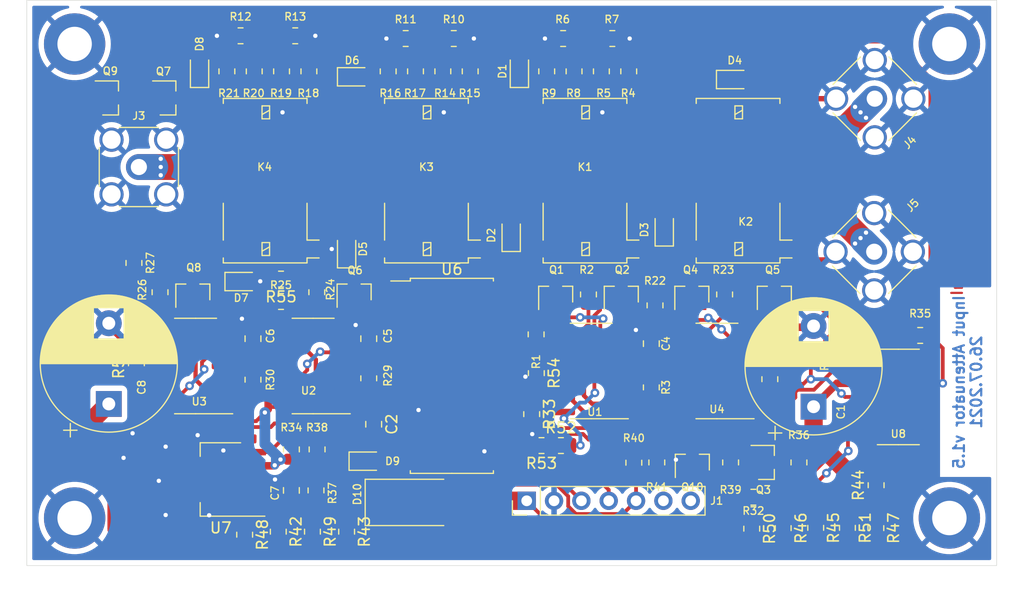
<source format=kicad_pcb>
(kicad_pcb (version 20210606) (generator pcbnew)
  (layers (0 "F.Cu" signal) (31 "B.Cu" signal) (34 "B.Paste" user) (35 "F.Paste" user) (36 "B.SilkS" user "B.Silkscreen") (37 "F.SilkS" user "F.Silkscreen") (38 "B.Mask" user) (39 "F.Mask" user) (44 "Edge.Cuts" user))
  (net 0 "")
  (net 1 "+5V")
  (net 2 "Net-(U1-Pad10)")
  (net 3 "Rx")
  (net 4 "/Vin2")
  (net 5 "Net-(C5-Pad1)")
  (net 6 "Net-(C6-Pad1)")
  (net 7 "Net-(D1-Pad1)")
  (net 8 "/SDA")
  (net 9 "/SCL")
  (net 10 "GND")
  (net 11 "Net-(D2-Pad1)")
  (net 12 "Net-(K1-Pad10)")
  (net 13 "Net-(K1-Pad9)")
  (net 14 "Net-(K1-Pad8)")
  (net 15 "Net-(K1-Pad5)")
  (net 16 "Net-(D3-Pad1)")
  (net 17 "Net-(D4-Pad1)")
  (net 18 "Net-(D5-Pad1)")
  (net 19 "Net-(D6-Pad1)")
  (net 20 "Net-(K3-Pad10)")
  (net 21 "Net-(K3-Pad8)")
  (net 22 "Net-(K3-Pad5)")
  (net 23 "Net-(Q1-Pad1)")
  (net 24 "Net-(Q2-Pad1)")
  (net 25 "Net-(D7-Pad1)")
  (net 26 "Net-(Q4-Pad1)")
  (net 27 "Net-(Q5-Pad1)")
  (net 28 "Net-(Q6-Pad1)")
  (net 29 "Net-(D8-Pad1)")
  (net 30 "/RF_TX")
  (net 31 "/RF_RX")
  (net 32 "/Antenna")
  (net 33 "Net-(K1-Pad4)")
  (net 34 "Net-(U1-Pad3)")
  (net 35 "Net-(R12-Pad1)")
  (net 36 "Net-(K4-Pad10)")
  (net 37 "Net-(K4-Pad8)")
  (net 38 "Net-(K4-Pad5)")
  (net 39 "Net-(C4-Pad1)")
  (net 40 "Net-(C7-Pad1)")
  (net 41 "Net-(K3-Pad9)")
  (net 42 "Net-(Q7-Pad1)")
  (net 43 "Net-(Q8-Pad1)")
  (net 44 "/SHDN")
  (net 45 "Net-(Q9-Pad1)")
  (net 46 "Net-(R4-Pad2)")
  (net 47 "Net-(R10-Pad1)")
  (net 48 "/Vin")
  (net 49 "Net-(U2-Pad10)")
  (net 50 "Net-(R24-Pad1)")
  (net 51 "Net-(R25-Pad1)")
  (net 52 "Net-(U2-Pad3)")
  (net 53 "20dB")
  (net 54 "10dB")
  (net 55 "5dB")
  (net 56 "Net-(U3-Pad10)")
  (net 57 "Net-(U4-Pad10)")
  (net 58 "Net-(C3-Pad1)")
  (net 59 "Net-(R23-Pad1)")
  (net 60 "Net-(U4-Pad3)")
  (net 61 "Net-(Q10-Pad3)")
  (net 62 "Net-(Q10-Pad1)")
  (net 63 "Net-(R31-Pad2)")
  (net 64 "Net-(R34-Pad1)")
  (net 65 "Net-(U3-Pad3)")
  (net 66 "Net-(D10-Pad1)")
  (net 75 "Net-(R52-Pad1)")
  (net 76 "/IIC_Reset")
  (net 77 "Net-(U1-Pad6)")
  (net 78 "Net-(U1-Pad8)")
  (net 79 "Net-(U4-Pad6)")
  (net 80 "Net-(U3-Pad6)")
  (net 81 "Net-(U3-Pad8)")
  (footprint "Diode_SMD:D_SOD-323" (layer "F.Cu") (at 108.509 46.736 90)
    (fp_text reference "D2")
    (fp_text value "1N4148WS")
  )
  (footprint "Resistor_SMD:R_0805_2012Metric" (layer "F.Cu") (at 128.89795 67.83635 90)
    (fp_text reference "R39")
    (fp_text value "1M")
  )
  (footprint "Resistor_SMD:R_0805_2012Metric" (layer "F.Cu") (at 88.443 28.194)
    (fp_text reference "R13")
    (fp_text value "_")
  )
  (footprint "Resistor_SMD:R_0805_2012Metric" (layer "F.Cu") (at 90.4748 66.6242 90)
    (fp_text reference "R38")
    (fp_text value "1M")
  )
  (footprint "Resistor_SMD:R_0805_2012Metric" (layer "F.Cu") (at 122.03995 67.83635 90)
    (fp_text reference "R41")
    (fp_text value "100k")
  )
  (footprint "Resistor_SMD:R_0805_2012Metric" (layer "F.Cu") (at 111.811 31.496 -90)
    (fp_text reference "R8")
    (fp_text value "14.0_")
  )
  (footprint "Package_TO_SOT_SMD:SOT-23" (layer "F.Cu") (at 112.641877 52.226189 90)
    (fp_text reference "Q1")
    (fp_text value "BC858")
  )
  (footprint "Resistor_SMD:R_0805_2012Metric" (layer "F.Cu") (at 132.542877 60.100189 90)
    (fp_text reference "R28")
    (fp_text value "1M")
  )
  (footprint "Capacitor_SMD:C_0805_2012Metric" (layer "F.Cu") (at 84.517 56.3372 90)
    (fp_text reference "C6")
    (fp_text value "0.22u")
  )
  (footprint "Resistor_SMD:R_0805_2012Metric" (layer "F.Cu") (at 102.159 31.496 90)
    (fp_text reference "R14")
    (fp_text value "14.0_")
  )
  (footprint "Resistor_SMD:R_0805_2012Metric" (layer "F.Cu") (at 82.093 31.496 90)
    (fp_text reference "R21")
    (fp_text value "_")
  )
  (footprint "Resistor_SMD:R_0805_2012Metric" (layer "F.Cu") (at 90.448 52.0192 90)
    (fp_text reference "R24")
    (fp_text value "22K")
  )
  (footprint "Diode_SMD:D_SOD-323" (layer "F.Cu") (at 129.083 32.258)
    (fp_text reference "D4")
    (fp_text value "1N4148WS")
  )
  (footprint "Package_SO:SO-14_3.9x8.65mm_P1.27mm" (layer "F.Cu") (at 90.105 58.8772 180)
    (fp_text reference "U2")
    (fp_text value "74HC00")
  )
  (footprint "Resistor_SMD:R_0805_2012Metric" (layer "F.Cu") (at 146.512877 56.036189 180)
    (fp_text reference "R35")
    (fp_text value "1M")
  )
  (footprint "Connector_Coaxial:SMA_Amphenol_132134_Vertical" (layer "F.Cu") (at 142.291 34.036 135)
    (fp_text reference "J4")
    (fp_text value "ANT")
  )
  (footprint "Resistor_SMD:R_0805_2012Metric" (layer "F.Cu") (at 93.218 74.2696 -90)
    (fp_text reference "R43")
    (fp_text value "3K3")
  )
  (footprint "Package_TO_SOT_SMD:SOT-23" (layer "F.Cu") (at 93.915 52.0192 90)
    (fp_text reference "Q6")
    (fp_text value "BC858")
  )
  (footprint "Diode_SMD:D_SMB_Handsoldering" (layer "F.Cu") (at 99.5426 71.5518)
    (fp_text reference "D10")
    (fp_text value "S1BB")
  )
  (footprint "Package_TO_SOT_SMD:SOT-223-6_TabPin3" (layer "F.Cu") (at 81.4832 69.4182 180)
    (fp_text reference "U7")
    (fp_text value "TPS7A4501DCQT")
  )
  (footprint "Package_TO_SOT_SMD:SOT-23" (layer "F.Cu") (at 125.34195 67.83635 90)
    (fp_text reference "Q10")
    (fp_text value "MMBT3904")
  )
  (footprint "Connector_Coaxial:SMA_Amphenol_132134_Vertical" (layer "F.Cu") (at 73.914 40.386)
    (fp_text reference "J3")
    (fp_text value "RX")
  )
  (footprint "Resistor_SMD:R_0805_2012Metric" (layer "F.Cu") (at 95.274 60.0202 90)
    (fp_text reference "R29")
    (fp_text value "1M")
  )
  (footprint "Resistor_SMD:R_0805_2012Metric" (layer "F.Cu") (at 98.7065 28.448 180)
    (fp_text reference "R11")
    (fp_text value "_")
  )
  (footprint "Relay_SMD:Relay_DPDT_Kemet_EE2_NU_DoubleCoil" (layer "F.Cu") (at 115.367 41.656 180)
    (fp_text reference "K1")
    (fp_text value "EE2-5TNU-L")
  )
  (footprint "MountingHole:MountingHole_3.2mm_M3_ISO7380_Pad" (layer "F.Cu") (at 149.225 28.956)
    (fp_text reference "H2" hide)
    (fp_text value "MountingHole_Pad")
  )
  (footprint "Diode_SMD:D_SOD-323" (layer "F.Cu") (at 109.271 31.496 90)
    (fp_text reference "D1")
    (fp_text value "1N4148WS")
  )
  (footprint "Resistor_SMD:R_0805_2012Metric" (layer "F.Cu") (at 87.122 50.8 180)
    (fp_text reference "R55")
    (fp_text value "100k")
  )
  (footprint "Resistor_SMD:R_0805_2012Metric" (layer "F.Cu") (at 84.517 60.1472 90)
    (fp_text reference "R30")
    (fp_text value "1M")
  )
  (footprint "Resistor_SMD:R_0805_2012Metric" (layer "F.Cu") (at 115.689877 52.226189 90)
    (fp_text reference "R2")
    (fp_text value "22K")
  )
  (footprint "Resistor_SMD:R_0805_2012Metric" (layer "F.Cu") (at 130.8608 73.9902 -90)
    (fp_text reference "R50")
    (fp_text value "3K3")
  )
  (footprint "Package_TO_SOT_SMD:SOT-23" (layer "F.Cu") (at 132.961877 52.226189 90)
    (fp_text reference "Q5")
    (fp_text value "BC858")
  )
  (footprint "Package_TO_SOT_SMD:SOT-23" (layer "F.Cu") (at 125.294003 52.226189 90)
    (fp_text reference "Q4")
    (fp_text value "BC858")
  )
  (footprint "Capacitor_THT:CP_Radial_D12.5mm_P7.50mm" (layer "F.Cu") (at 71.12 62.400359 90)
    (fp_text reference "C8")
    (fp_text value "2200u")
  )
  (footprint "Capacitor_SMD:C_0805_2012Metric" (layer "F.Cu") (at 133.215877 56.290189 90)
    (fp_text reference "C3")
    (fp_text value "0.22u")
  )
  (footprint "MountingHole:MountingHole_3.2mm_M3_ISO7380_Pad" (layer "F.Cu") (at 67.945 28.956)
    (fp_text reference "H4" hide)
    (fp_text value "MountingHole_Pad")
  )
  (footprint "Resistor_SMD:R_0805_2012Metric" (layer "F.Cu") (at 87.122 52.8828 180)
    (fp_text reference "R25")
    (fp_text value "22K")
  )
  (footprint "Package_SO:SO-14_3.9x8.65mm_P1.27mm" (layer "F.Cu") (at 115.943877 59.338189 180)
    (fp_text reference "U1")
    (fp_text value "74HC00")
  )
  (footprint "Resistor_SMD:R_0805_2012Metric" (layer "F.Cu") (at 135.24795 67.83635 -90)
    (fp_text reference "R36")
    (fp_text value "1M")
  )
  (footprint "Package_SO:SO-14_3.9x8.65mm_P1.27mm" (layer "F.Cu") (at 144.480877 61.751189)
    (fp_text reference "U8")
    (fp_text value "LP339")
  )
  (footprint "Resistor_SMD:R_0805_2012Metric" (layer "F.Cu") (at 139.400877 58.322189 90)
    (fp_text reference "R31")
    (fp_text value "3M3")
  )
  (footprint "Diode_SMD:D_SOD-323" (layer "F.Cu") (at 122.733 46.228 90)
    (fp_text reference "D3")
    (fp_text value "1N4148WS")
  )
  (footprint "Resistor_SMD:R_0805_2012Metric" (layer "F.Cu") (at 119.431 31.496 90)
    (fp_text reference "R4")
    (fp_text value "14.0_")
  )
  (footprint "Relay_SMD:Relay_DPDT_Kemet_EE2_NU_DoubleCoil" (layer "F.Cu") (at 100.635 41.656 180)
    (fp_text reference "K3")
    (fp_text value "EE2-5TNU-L")
  )
  (footprint "Resistor_SMD:R_0805_2012Metric" (layer "F.Cu") (at 89.713 31.496 90)
    (fp_text reference "R18")
    (fp_text value "_")
  )
  (footprint "Package_TO_SOT_SMD:SOT-23" (layer "F.Cu") (at 118.737877 52.226189 90)
    (fp_text reference "Q2")
    (fp_text value "BC858")
  )
  (footprint "Resistor_SMD:R_0805_2012Metric" (layer "F.Cu") (at 128.342003 52.226189 90)
    (fp_text reference "R23")
    (fp_text value "22K")
  )
  (footprint "Diode_SMD:D_SOD-323" (layer "F.Cu") (at 83.4136 51.0286)
    (fp_text reference "D7")
    (fp_text value "1N4148WS")
  )
  (footprint "Capacitor_SMD:C_0805_2012Metric" (layer "F.Cu") (at 121.531877 56.798189 90)
    (fp_text reference "C4")
    (fp_text value "0.22u")
  )
  (footprint "Resistor_SMD:R_0805_2012Metric" (layer "F.Cu") (at 83.363 28.194 180)
    (fp_text reference "R12")
    (fp_text value "82.2 ")
  )
  (footprint "Capacitor_SMD:C_0805_2012Metric" (layer "F.Cu") (at 95.7326 64.2874 -90)
    (fp_text reference "C2")
    (fp_text value "0.1u")
  )
  (footprint "MountingHole:MountingHole_3.2mm_M3_ISO7380_Pad" (layer "F.Cu") (at 67.945 73)
    (fp_text reference "H3" hide)
    (fp_text value "MountingHole_Pad")
  )
  (footprint "Resistor_SMD:R_0805_2012Metric" (layer "F.Cu") (at 117.907 28.448)
    (fp_text reference "R7")
    (fp_text value "_")
  )
  (footprint "Resistor_SMD:R_0805_2012Metric" (layer "F.Cu") (at 110.825877 55.934589 90)
    (fp_text reference "R1")
    (fp_text value "22K")
  )
  (footprint "Resistor_SMD:R_0805_2012Metric" (layer "F.Cu") (at 90.043 74.2696 -90)
    (fp_text reference "R49")
    (fp_text value "3K3")
  )
  (footprint "Resistor_SMD:R_0805_2012Metric" (layer "F.Cu") (at 121.874877 53.242189 90)
    (fp_text reference "R22")
    (fp_text value "22K")
  )
  (footprint "Resistor_SMD:R_0805_2012Metric" (layer "F.Cu") (at 86.868 74.2696 -90)
    (fp_text reference "R42")
    (fp_text value "3K3")
  )
  (footprint "Diode_SMD:D_SOD-323" (layer "F.Cu") (at 94.9452 67.7164)
    (fp_text reference "D9")
    (fp_text value "1N4148WS")
  )
  (footprint "Resistor_SMD:R_0805_2012Metric" (layer "F.Cu") (at 133.7818 73.9394 -90)
    (fp_text reference "R46")
    (fp_text value "3K3")
  )
  (footprint "Resistor_SMD:R_0805_2012Metric" (layer "F.Cu") (at 90.3732 70.4342 -90)
    (fp_text reference "R37")
    (fp_text value "1M")
  )
  (footprint "Relay_SMD:Relay_DPDT_Kemet_EE2_NU_DoubleCoil" (layer "F.Cu") (at 129.591 41.656 180)
    (fp_text reference "K2")
    (fp_text value "EE2-5TNU-L")
  )
  (footprint "Resistor_SMD:R_0805_2012Metric" (layer "F.Cu") (at 136.8044 73.914 -90)
    (fp_text reference "R45")
    (fp_text value "3K3")
  )
  (footprint "Resistor_SMD:R_0805_2012Metric" (layer "F.Cu") (at 119.90635 67.86175 -90)
    (fp_text reference "R40")
    (fp_text value "220k")
  )
  (footprint "Package_TO_SOT_SMD:SOT-23" (layer "F.Cu") (at 132.19995 67.83635)
    (fp_text reference "Q3")
    (fp_text value "MMBT3904")
  )
  (footprint "Resistor_SMD:R_0805_2012Metric" (layer "F.Cu") (at 103.175 28.448)
    (fp_text reference "R10")
    (fp_text value "82.2 ")
  )
  (footprint "Diode_SMD:D_SOD-323" (layer "F.Cu") (at 93.866 32.004)
    (fp_text reference "D6")
    (fp_text value "1N4148WS")
  )
  (footprint "Resistor_SMD:R_0805_2012Metric" (layer "F.Cu") (at 110.8456 59.5395 -90)
    (fp_text reference "R54")
    (fp_text value "100k")
  )
  (footprint "Resistor_SMD:R_0805_2012Metric" (layer "F.Cu") (at 142.3924 73.9394 -90)
    (fp_text reference "R47")
    (fp_text value "3K3")
  )
  (footprint "Resistor_SMD:R_0805_2012Metric" (layer "F.Cu") (at 83.7438 74.549 -90)
    (fp_text reference "R48")
    (fp_text value "3K3")
  )
  (footprint "Connector_PinHeader_2.54mm:PinHeader_1x07_P2.54mm_Vertical" (layer "F.Cu") (at 109.9516 71.3994 90)
    (fp_text reference "J1")
    (fp_text value "DC_INTF")
  )
  (footprint "Resistor_SMD:R_0805_2012Metric" (layer "F.Cu") (at 142.4178 69.9516 90)
    (fp_text reference "R44")
    (fp_text value "3K3")
  )
  (footprint "Resistor_SMD:R_0805_2012Metric" (layer "F.Cu") (at 87.173 31.496 90)
    (fp_text reference "R19")
    (fp_text value "14.0_")
  )
  (footprint "Resistor_SMD:R_0805_2012Metric" (layer "F.Cu") (at 73.6854 58.6232 90)
    (fp_text reference "R56")
    (fp_text value "100k")
  )
  (footprint "Resistor_SMD:R_0805_2012Metric" (layer "F.Cu") (at 121.531877 60.862189 90)
    (fp_text reference "R3")
    (fp_text value "1M")
  )
  (footprint "Package_TO_SOT_SMD:SOT-23" (layer "F.Cu") (at 78.929 52.0192 90)
    (fp_text reference "Q8")
    (fp_text value "BC858")
  )
  (footprint "Resistor_SMD:R_0805_2012Metric" (layer "F.Cu") (at 73.4568 49.3014 90)
    (fp_text reference "R27")
    (fp_text value "22K")
  )
  (footprint "Resistor_SMD:R_0805_2012Metric" (layer "F.Cu") (at 104.699 31.496 90)
    (fp_text reference "R15")
    (fp_text value "_")
  )
  (footprint "Connector_Coaxial:SMA_Amphenol_132134_Vertical" (layer "F.Cu") (at 142.24 48.26 135)
    (fp_text reference "J5")
    (fp_text value "TX")
  )
  (footprint "Package_TO_SOT_SMD:SOT-23" (layer "F.Cu") (at 71.26 33.97)
    (fp_text reference "Q9")
    (fp_text value "BC858")
  )
  (footprint "Resistor_SMD:R_0805_2012Metric" (layer "F.Cu") (at 113.335 28.448 180)
    (fp_text reference "R6")
    (fp_text value "82.2 ")
  )
  (footprint "Resistor_SMD:R_0805_2012Metric" (layer "F.Cu") (at 139.7508 73.914 -90)
    (fp_text reference "R51")
    (fp_text value "3K3")
  )
  (footprint "MountingHole:MountingHole_3.2mm_M3_ISO7380_Pad" (layer "F.Cu") (at 149.225 73)
    (fp_text reference "H1" hide)
    (fp_text value "MountingHole_Pad")
  )
  (footprint "Resistor_SMD:R_0805_2012Metric" (layer "F.Cu") (at 113.1316 66.2686)
    (fp_text reference "R52")
    (fp_text value "100k")
  )
  (footprint "Package_SO:SO-14_3.9x8.65mm_P1.27mm" (layer "F.Cu") (at 127.627877 59.338189 180)
    (fp_text reference "U4")
    (fp_text value "74HC00")
  )
  (footprint "Package_SO:SO-14_3.9x8.65mm_P1.27mm" (layer "F.Cu") (at 79.183 58.8772 180)
    (fp_text reference "U3")
    (fp_text value "74HC00")
  )
  (footprint "Resistor_SMD:R_0805_2012Metric" (layer "F.Cu") (at 110.4138 63.3476 -90)
    (fp_text reference "R33")
    (fp_text value "100k")
  )
  (footprint "Capacitor_SMD:C_0805_2012Metric" (layer "F.Cu") (at 95.274 56.3372 90)
    (fp_text reference "C5")
    (fp_text value "0.22u")
  )
  (footprint "Resistor_SMD:R_0805_2012Metric" (layer "F.Cu") (at 111.3263 66.2686 180)
    (fp_text reference "R53")
    (fp_text value "100k")
  )
  (footprint "Diode_SMD:D_SOD-323" (layer "F.Cu") (at 93.218 48.26 90)
    (fp_text reference "D5")
    (fp_text value "1N4148WS")
  )
  (footprint "Resistor_SMD:R_0805_2012Metric" (layer "F.Cu") (at 131.0132 71.0692 180)
    (fp_text reference "R32")
    (fp_text value "470k")
  )
  (footprint "Capacitor_THT:CP_Radial_D12.5mm_P7.50mm" (layer "F.Cu") (at 136.606877 62.658148 90)
    (fp_text reference "C1")
    (fp_text value "2200u")
  )
  (footprint "Resistor_SMD:R_0805_2012Metric" (layer "F.Cu") (at 99.619 31.496 90)
    (fp_text reference "R16")
    (fp_text value "_")
  )
  (footprint "Resistor_SMD:R_0805_2012Metric" (layer "F.Cu") (at 114.351 31.496 90)
    (fp_text reference "R9")
    (fp_text value "_")
  )
  (footprint "Resistor_SMD:R_0805_2012Metric" (layer "F.Cu") (at 88.0872 66.6242 -90)
    (fp_text reference "R34")
    (fp_text value "1M")
  )
  (footprint "Package_TO_SOT_SMD:SOT-23" (layer "F.Cu") (at 76.594 33.97)
    (fp_text reference "Q7")
    (fp_text value "BC858")
  )
  (footprint "Relay_SMD:Relay_DPDT_Kemet_EE2_NU_DoubleCoil" (layer "F.Cu") (at 85.649 41.656 180)
    (fp_text reference "K4")
    (fp_text value "EE2-5TNU-L")
  )
  (footprint "Resistor_SMD:R_0805_2012Metric" (layer "F.Cu") (at 97.079 31.496 -90)
    (fp_text reference "R17")
    (fp_text value "14.0_")
  )
  (footprint "Diode_SMD:D_SOD-323" (layer "F.Cu") (at 79.553 31.496 90)
    (fp_text reference "D8")
    (fp_text value "1N4148WS")
  )
  (footprint "Resistor_SMD:R_0805_2012Metric" (layer "F.Cu") (at 75.881 52.0192 90)
    (fp_text reference "R26")
    (fp_text value "22K")
  )
  (footprint "Resistor_SMD:R_0805_2012Metric" (layer "F.Cu") (at 116.891 31.496 90)
    (fp_text reference "R5")
    (fp_text value "_")
  )
  (footprint "Capacitor_SMD:C_0805_2012Metric" (layer "F.Cu") (at 88.0872 70.4342 90)
    (fp_text reference "C7")
    (fp_text value "0.22u")
  )
  (footprint "Package_SO:SOIC-28W_7.5x17.9mm_P1.27mm" (layer "F.Cu") (at 102.997 59.7916)
    (fp_text reference "U6")
    (fp_text value "MCP23017_SO")
  )
  (footprint "Resistor_SMD:R_0805_2012Metric" (layer "F.Cu") (at 84.633 31.496 -90)
    (fp_text reference "R20")
    (fp_text value "14.0_")
  )
  (gr_rect (start 63.5 24.892) (end 153.6192 77.4192) (layer "Edge.Cuts") (width 0.05) (fill none))
  (gr_text "Input Attenuator v1.5\n26.07.2021" (at 150.749 44.2722 90) (layer "F.Cu") (effects (font (size 1 1) (thickness 0.2))))
  (gr_text "Input Attenuator v1.5\n26.07.2021" (at 150.9268 60.3758 90) (layer "B.Cu") (effects (font (size 1 1) (thickness 0.2)) (justify mirror)))
  (segment (start 114.7318 50.1142) (end 116.459 50.1142) (width 0.7) (layer "F.Cu") (net 1))
  (segment (start 86.36 46.228) (end 86.36 48.9712) (width 0.7) (layer "F.Cu") (net 1))
  (segment (start 113.591877 53.226189) (end 113.591877 52.092323) (width 0.35) (layer "F.Cu") (net 1))
  (segment (start 87.63 62.6872) (end 86.655 62.6872) (width 0.35) (layer "F.Cu") (net 1))
  (segment (start 69.30452 35.87548) (end 70.26 34.92) (width 0.7) (layer "F.Cu") (net 1))
  (segment (start 85.781636 54.3052) (end 85.14748 53.671044) (width 0.7) (layer "F.Cu") (net 1))
  (segment (start 69.228 35.96747) (end 69.228 44.59) (width 0.5) (layer "F.Cu") (net 1))
  (segment (start 98.347 61.6966) (end 99.7458 61.6966) (width 0.35) (layer "F.Cu") (net 1))
  (segment (start 85.876 54.3052) (end 85.9282 54.3574) (width 0.7) (layer "F.Cu") (net 1))
  (segment (start 137.005935 53.226189) (end 138.225837 54.446091) (width 0.35) (layer "F.Cu") (net 1))
  (segment (start 104.74422 49.9872) (end 100.4316 49.9872) (width 0.35) (layer "F.Cu") (net 1))
  (segment (start 114.035421 51.371733) (end 114.864397 52.200709) (width 0.35) (layer "F.Cu") (net 1))
  (segment (start 132.912366 54.2257) (end 131.279278 54.2257) (width 0.7) (layer "F.Cu") (net 1))
  (segment (start 86.36 48.9712) (end 86.995 49.6062) (width 0.7) (layer "F.Cu") (net 1))
  (segment (start 116.518857 50.426169) (end 119.318877 53.226189) (width 0.35) (layer "F.Cu") (net 1))
  (segment (start 78.764 62.6872) (end 76.708 62.6872) (width 0.35) (layer "F.Cu") (net 1))
  (segment (start 80.07602 63.99922) (end 78.764 62.6872) (width 0.35) (layer "F.Cu") (net 1))
  (segment (start 70.26 34.93547) (end 69.228 35.96747) (width 0.5) (layer "F.Cu") (net 1))
  (segment (start 69.30452 44.657894) (end 69.30452 35.87548) (width 0.7) (layer "F.Cu") (net 1))
  (segment (start 114.0441 66.2686) (end 114.0441 67.1341) (width 0.35) (layer "F.Cu") (net 1))
  (segment (start 87.122 53.59128) (end 86.14204 54.57124) (width 0.35) (layer "F.Cu") (net 1))
  (segment (start 127.219023 52.251169) (end 129.519857 52.251169) (width 0.35) (layer "F.Cu") (net 1))
  (segment (start 94.881 52.4122) (end 94.881 53.0352) (width 0.35) (layer "F.Cu") (net 1))
  (segment (start 105.4608 49.8348) (end 106.68 48.6156) (width 0.7) (layer "F.Cu") (net 1))
  (segment (start 133.911877 53.226189) (end 132.912366 54.2257) (width 0.7) (layer "F.Cu") (net 1))
  (segment (start 113.468877 63.696123) (end 113.468877 63.148189) (width 0.35) (layer "F.Cu") (net 1))
  (segment (start 106.68 47.612) (end 106.68 48.05142) (width 0.35) (layer "F.Cu") (net 1))
  (segment (start 75.594 34.92) (end 70.26 34.92) (width 0.5) (layer "F.Cu") (net 1))
  (segment (start 94.881 53.0352) (end 94.865 53.0192) (width 0.35) (layer "F.Cu") (net 1))
  (segment (start 114.035421 51.371733) (end 114.980985 50.426169) (width 0.35) (layer "F.Cu") (net 1))
  (segment (start 99.7458 61.6966) (end 100.4316 61.0108) (width 0.35) (layer "F.Cu") (net 1))
  (segment (start 126.244003 53.226189) (end 127.219023 52.251169) (width 0.35) (layer "F.Cu") (net 1))
  (segment (start 87.0985 67.5367) (end 88.0872 67.5367) (width 0.7) (layer "F.Cu") (net 1))
  (segment (start 136.352877 58.830038) (end 136.352877 60.100189) (width 0.35) (layer "F.Cu") (net 1))
  (segment (start 142.005877 61.751189) (end 140.289877 61.751189) (width 0.35) (layer "F.Cu") (net 1))
  (segment (start 106.68 47.612) (end 105.00448 45.93648) (width 0.7) (layer "F.Cu") (net 1))
  (segment (start 133.911877 53.226189) (end 137.005935 53.226189) (width 0.35) (layer "F.Cu") (net 1))
  (segment (start 86.995 49.6062) (end 87.122 49.7332) (width 0.35) (layer "F.Cu") (net 1))
  (segment (start 98.347 61.6966) (end 97.3734 61.6966) (width 0.35) (layer "F.Cu") (net 1))
  (segment (start 111.1283 52.2257) (end 106.68 47.7774) (width 0.7) (layer "F.Cu") (net 1))
  (segment (start 85.14748 53.671044) (end 85.14748 53.65148) (width 0.7) (layer "F.Cu") (net 1))
  (segment (start 85.14748 53.65148) (end 84.5152 53.0192) (width 0.7) (layer "F.Cu") (net 1))
  (segment (start 86.655 62.6872) (end 86.13 62.6872) (width 0.35) (layer "F.Cu") (net 1))
  (segment (start 126.464897 64.460209) (end 125.152877 63.148189) (width 0.35) (layer "F.Cu") (net 1))
  (segment (start 116.5352 50.1142) (end 117.729 51.308) (width 0.7) (layer "F.Cu") (net 1))
  (segment (start 106.68 47.7774) (end 106.68 47.612) (width 0.7) (layer "F.Cu") (net 1))
  (segment (start 85.9282 54.3574) (end 85.9282 62.889) (width 0.7) (layer "F.Cu") (net 1))
  (segment (start 114.864397 52.200709) (end 116.354673 52.200709) (width 0.35) (layer "F.Cu") (net 1))
  (segment (start 86.5378 68.0974) (end 86.487 68.1482) (width 0.7) (layer "F.Cu") (net 1))
  (segment (start 113.591877 53.226189) (end 113.591877 51.254123) (width 0.7) (layer "F.Cu") (net 1))
  (segment (start 87.0712 67.564) (end 87.0985 67.5367) (width 0.7) (layer "F.Cu") (net 1))
  (segment (start 136.098877 60.100189) (end 135.665949 60.533117) (width 0.35) (layer "F.Cu") (net 1))
  (segment (start 114.0441 66.2686) (end 114.9096 66.2686) (width 0.35) (layer "F.Cu") (net 1))
  (segment (start 136.352877 60.100189) (end 136.098877 60.100189) (width 0.35) (layer "F.Cu") (net 1))
  (segment (start 139.527877 61.751189) (end 139.207877 61.431189) (width 0.35) (layer "F.Cu") (net 1))
  (segment (start 140.289877 61.751189) (end 139.527877 61.751189) (width 0.35) (layer "F.Cu") (net 1))
  (segment (start 114.9096 66.2686) (end 114.935 66.2432) (width 0.35) (layer "F.Cu") (net 1))
  (segment (start 100.4316 49.9872) (end 97.306 49.9872) (width 0.35) (layer "F.Cu") (net 1))
  (segment (start 116.764397 52.610433) (end 116.764397 53.666945) (width 0.35) (layer "F.Cu") (net 1))
  (segment (start 106.68 48.6156) (end 106.68 48.05142) (width 0.7) (layer "F.Cu") (net 1))
  (segment (start 105.00448 45.93648) (end 70.583106 45.93648) (width 0.7) (layer "F.Cu") (net 1))
  (segment (start 114.554 50.292) (end 114.7318 50.1142) (width 0.7) (layer "F.Cu") (net 1))
  (segment (start 122.542789 53.226189) (end 119.687877 53.226189) (width 0.35) (layer "F.Cu") (net 1))
  (segment (start 116.459 50.1142) (end 116.5352 50.1142) (width 0.7) (layer "F.Cu") (net 1))
  (segment (start 138.225837 54.446091) (end 138.225837 55.940927) (width 0.35) (layer "F.Cu") (net 1))
  (segment (start 87.0712 67.564) (end 86.5378 68.0974) (width 0.7) (layer "F.Cu") (net 1))
  (segment (start 97.306 49.9872) (end 94.881 52.4122) (width 0.35) (layer "F.Cu") (net 1))
  (segment (start 131.279278 54.2257) (end 129.471489 52.417911) (width 0.7) (layer "F.Cu") (net 1))
  (segment (start 86.14204 54.57124) (end 85.876 54.3052) (width 0.35) (layer "F.Cu") (net 1))
  (segment (start 137.684357 57.498558) (end 136.352877 58.830038) (width 0.35) (layer "F.Cu") (net 1))
  (segment (start 97.3734 61.6966) (end 95.7326 63.3374) (width 0.35) (layer "F.Cu") (net 1))
  (segment (start 113.4585 52.2257) (end 111.1283 52.2257) (width 0.7) (layer "F.Cu") (net 1))
  (segment (start 116.764397 53.666945) (end 116.239397 54.191945) (width 0.35) (layer "F.Cu") (net 1))
  (segment (start 70.26 34.92) (end 70.26 34.93547) (width 0.5) (layer "F.Cu") (net 1))
  (segment (start 114.980985 50.426169) (end 116.518857 50.426169) (width 0.35) (layer "F.Cu") (net 1))
  (segment (start 84.5152 53.0192) (end 79.879 53.0192) (width 0.7) (layer "F.Cu") (net 1))
  (segment (start 96.9518 49.8348) (end 105.4608 49.8348) (width 0.7) (layer "F.Cu") (net 1))
  (segment (start 86.487 68.1482) (end 84.6207 68.1482) (width 0.7) (layer "F.Cu") (net 1))
  (segment (start 134.879042 60.533117) (end 134.362897 61.049262) (width 0.35) (layer "F.Cu") (net 1))
  (segment (start 87.122 49.7332) (end 87.122 53.59128) (width 0.35) (layer "F.Cu") (net 1))
  (segment (start 85.9282 62.889) (end 85.622 63.1952) (width 0.7) (layer "F.Cu") (net 1))
  (segment (start 108.822769 50.194189) (end 106.68 48.05142) (width 0.35) (layer "F.Cu") (net 1))
  (segment (start 126.244003 53.226189) (end 125.418992 54.0512) (width 0.35) (layer "F.Cu") (net 1))
  (segment (start 113.591877 52.092323) (end 113.4585 52.2257) (width 0.7) (layer "F.Cu") (net 1))
  (segment (start 114.0441 67.1341) (end 113.1316 68.0466) (width 0.35) (layer "F.Cu") (net 1))
  (segment (start 106.68 48.05142) (end 104.74422 49.9872) (width 0.35) (layer "F.Cu") (net 1))
  (segment (start 119.318877 53.226189) (end 119.687877 53.226189) (width 0.35) (layer "F.Cu") (net 1))
  (segment (start 131.469615 64.460209) (end 126.464897 64.460209) (width 0.35) (layer "F.Cu") (net 1))
  (segment (start 113.730877 53.226189) (end 113.591877 53.226189) (width 0.35) (layer "F.Cu") (net 1))
  (segment (start 113.591877 52.092323) (end 113.591877 51.815277) (width 0.35) (layer "F.Cu") (net 1))
  (segment (start 84.81798 63.99922) (end 80.07602 63.99922) (width 0.35) (layer "F.Cu") (net 1))
  (segment (start 134.362897 61.049262) (end 134.362897 61.566927) (width 0.35) (layer "F.Cu") (net 1))
  (segment (start 70.583106 45.93648) (end 69.30452 44.657894) (width 0.7) (layer "F.Cu") (net 1))
  (segment (start 138.225837 55.940927) (end 137.684357 56.482407) (width 0.35) (layer "F.Cu") (net 1))
  (segment (start 113.411 63.754) (end 113.468877 63.696123) (width 0.35) (layer "F.Cu") (net 1))
  (segment (start 113.591877 51.254123) (end 114.554 50.292) (width 0.7) (layer "F.Cu") (net 1))
  (segment (start 139.207877 61.431189) (end 139.192608 61.431189) (width 0.35) (layer "F.Cu") (net 1))
  (segment (start 125.418992 54.0512) (end 123.3678 54.0512) (width 0.35) (layer "F.Cu") (net 1))
  (segment (start 113.1316 68.0466) (end 107.647 68.0466) (width 0.35) (layer "F.Cu") (net 1))
  (segment (start 94.865 51.9216) (end 96.9518 49.8348) (width 0.7) (layer "F.Cu") (net 1))
  (segment (start 116.354673 52.200709) (end 116.764397 52.610433) (width 0.35) (layer "F.Cu") (net 1))
  (segment (start 134.362897 61.566927) (end 131.469615 64.460209) (width 0.35) (layer "F.Cu") (net 1))
  (segment (start 86.13 62.6872) (end 84.81798 63.99922) (width 0.35) (layer "F.Cu") (net 1))
  (segment (start 94.865 53.0192) (end 94.865 51.9216) (width 0.7) (layer "F.Cu") (net 1))
  (segment (start 85.876 54.3052) (end 85.781636 54.3052) (width 0.7) (layer "F.Cu") (net 1))
  (segment (start 123.3678 54.0512) (end 122.542789 53.226189) (width 0.35) (layer "F.Cu") (net 1))
  (segment (start 137.684357 56.482407) (end 137.684357 57.498558) (width 0.35) (layer "F.Cu") (net 1))
  (segment (start 113.591877 51.815277) (end 114.035421 51.371733) (width 0.35) (layer "F.Cu") (net 1))
  (segment (start 116.239397 54.191945) (end 116.239397 61.322709) (width 0.35) (layer "F.Cu") (net 1))
  (segment (start 116.239397 61.322709) (end 116.286877 61.370189) (width 0.35) (layer "F.Cu") (net 1))
  (segment (start 100.4316 61.0108) (end 100.4316 49.9872) (width 0.7) (layer "F.Cu") (net 1))
  (segment (start 135.665949 60.533117) (end 134.879042 60.533117) (width 0.35) (layer "F.Cu") (net 1))
  (via (at 139.192608 61.431189) (size 0.8) (drill 0.4) (layers "F.Cu" "B.Cu") (net 1))
  (via (at 114.935 66.2432) (size 0.8) (drill 0.4) (layers "F.Cu" "B.Cu") (net 1))
  (via (at 113.411 63.754) (size 0.8) (drill 0.4) (layers "F.Cu" "B.Cu") (net 1))
  (via (at 86.5378 68.0974) (size 0.8) (drill 0.4) (layers "F.Cu" "B.Cu") (net 1))
  (via (at 136.352877 60.100189) (size 0.8) (drill 0.4) (layers "F.Cu" "B.Cu") (net 1))
  (via (at 87.0712 67.564) (size 0.8) (drill 0.4) (layers "F.Cu" "B.Cu") (net 1))
  (via (at 116.286877 61.370189) (size 0.8) (drill 0.4) (layers "F.Cu" "B.Cu") (net 1))
  (via (at 85.622 63.1952) (size 0.8) (drill 0.4) (layers "F.Cu" "B.Cu") (net 1))
  (segment (start 136.352877 60.100189) (end 137.861608 60.100189) (width 0.35) (layer "B.Cu") (net 1))
  (segment (start 86.5378 68.0974) (end 86.5378 67.2592) (width 0.7) (layer "B.Cu") (net 1))
  (segment (start 86.6521 67.1449) (end 85.622 66.1148) (width 1) (layer "B.Cu") (net 1))
  (segment (start 114.935 65.278) (end 113.411 63.754) (width 0.35) (layer "B.Cu") (net 1))
  (segment (start 85.622 66.1148) (end 85.622 63.1952) (width 1) (layer "B.Cu") (net 1))
  (segment (start 115.376266 62.2808) (end 116.286877 61.370189) (width 0.35) (layer "B.Cu") (net 1))
  (segment (start 86.5378 67.2592) (end 86.6521 67.1449) (width 0.7) (layer "B.Cu") (net 1))
  (segment (start 87.0712 67.564) (end 86.6521 67.1449) (width 1) (layer "B.Cu") (net 1))
  (segment (start 114.935 66.2432) (end 114.935 65.278) (width 0.35) (layer "B.Cu") (net 1))
  (segment (start 137.861608 60.100189) (end 139.192608 61.431189) (width 0.35) (layer "B.Cu") (net 1))
  (segment (start 114.8842 62.2808) (end 115.376266 62.2808) (width 0.35) (layer "B.Cu") (net 1))
  (segment (start 113.411 63.754) (end 114.8842 62.2808) (width 0.35) (layer "B.Cu") (net 1))
  (segment (start 113.468877 59.338189) (end 113.468877 58.068189) (width 0.4) (layer "F.Cu") (net 2))
  (segment (start 124.151411 56.798189) (end 125.152877 56.798189) (width 0.35) (layer "F.Cu") (net 3))
  (segment (start 123.2408 57.7088) (end 124.151411 56.798189) (width 0.35) (layer "F.Cu") (net 3))
  (segment (start 112.110469 63.301931) (end 112.110469 64.409269) (width 0.35) (layer "F.Cu") (net 3))
  (segment (start 130.102877 61.878189) (end 131.677377 61.878189) (width 0.4) (layer "F.Cu") (net 3))
  (segment (start 112.110469 64.409269) (end 112.34576 64.64456) (width 0.35) (layer "F.Cu") (net 3))
  (segment (start 107.647 60.4266) (end 108.6339 60.4266) (width 0.35) (layer "F.Cu") (net 3))
  (segment (start 116.302902 64.992708) (end 120.75812 64.992708) (width 0.35) (layer "F.Cu") (net 3))
  (segment (start 130.102877 63.148189) (end 130.102877 61.878189) (width 0.4) (layer "F.Cu") (net 3))
  (segment (start 131.677377 61.878189) (end 132.542877 61.012689) (width 0.4) (layer "F.Cu") (net 3))
  (segment (start 115.954754 64.64456) (end 116.302902 64.992708) (width 0.35) (layer "F.Cu") (net 3))
  (segment (start 128.643877 61.878189) (end 128.135877 61.370189) (width 0.4) (layer "F.Cu") (net 3))
  (segment (start 130.102877 61.878189) (end 128.643877 61.878189) (width 0.4) (layer "F.Cu") (net 3))
  (segment (start 123.2408 62.510028) (end 123.2408 57.7088) (width 0.35) (layer "F.Cu") (net 3))
  (segment (start 120.75812 64.992708) (end 123.2408 62.510028) (width 0.35) (layer "F.Cu") (net 3))
  (segment (start 128.135877 61.370189) (end 128.135877 57.814189) (width 0.4) (layer "F.Cu") (net 3))
  (segment (start 128.135877 57.814189) (end 127.119877 56.798189) (width 0.4) (layer "F.Cu") (net 3))
  (segment (start 110.979901 62.772601) (end 111.581139 62.772601) (width 0.35) (layer "F.Cu") (net 3))
  (segment (start 108.6339 60.4266) (end 110.979901 62.772601) (width 0.35) (layer "F.Cu") (net 3))
  (segment (start 111.581139 62.772601) (end 112.110469 63.301931) (width 0.35) (layer "F.Cu") (net 3))
  (segment (start 127.119877 56.798189) (end 125.152877 56.798189) (width 0.4) (layer "F.Cu") (net 3))
  (segment (start 112.34576 64.64456) (end 115.954754 64.64456) (width 0.35) (layer "F.Cu") (net 3))
  (segment (start 135.24795 68.74885) (end 132.513428 68.74885) (width 0.35) (layer "F.Cu") (net 4))
  (segment (start 136.58475 68.74885) (end 138.176 67.1576) (width 0.35) (layer "F.Cu") (net 4))
  (segment (start 70.89 62.578159) (end 69.699 63.769159) (width 1.7) (layer "F.Cu") (net 4))
  (segment (start 86.933371 75.247471) (end 86.868 75.1821) (width 1) (layer "F.Cu") (net 4))
  (segment (start 132.146961 68.382383) (end 132.146961 66.3448) (width 0.35) (layer "F.Cu") (net 4))
  (segment (start 136.606877 65.588477) (end 136.606877 62.658148) (width 1.7) (layer "F.Cu") (net 4))
  (segment (start 83.7438 75.4615) (end 86.5886 75.4615) (width 1) (layer "F.Cu") (net 4))
  (segment (start 71.844511 70.879311) (end 71.844511 73.978111) (width 1.7) (layer "F.Cu") (net 4))
  (segment (start 73.0504 75.184) (end 81.4616 75.184) (width 1.7) (layer "F.Cu") (net 4))
  (segment (start 144.907 73.6092) (end 143.6643 74.8519) (width 1.7) (layer "F.Cu") (net 4))
  (segment (start 132.513428 68.74885) (end 132.146961 68.382383) (width 0.35) (layer "F.Cu") (net 4))
  (segment (start 139.954 68.9356) (end 136.606877 65.588477) (width 1.7) (layer "F.Cu") (net 4))
  (segment (start 143.7894 68.9356) (end 144.907 70.0532) (width 1.7) (layer "F.Cu") (net 4))
  (segment (start 81.8153 71.9069) (end 81.8153 75.4615) (width 1) (layer "F.Cu") (net 4))
  (segment (start 132.146961 66.3448) (end 131.914 66.111839) (width 0.35) (layer "F.Cu") (net 4))
  (segment (start 141.9098 68.9356) (end 139.954 68.9356) (width 1.7) (layer "F.Cu") (net 4))
  (segment (start 141.9098 68.9356) (end 143.7894 68.9356) (width 1.7) (layer "F.Cu") (net 4))
  (segment (start 71.844511 73.978111) (end 73.0504 75.184) (width 1.7) (layer "F.Cu") (net 4))
  (segment (start 129.709961 66.111839) (end 128.89795 66.92385) (width 0.35) (layer "F.Cu") (net 4))
  (segment (start 84.6207 70.6882) (end 83.034 70.6882) (width 0.7) (layer "F.Cu") (net 4))
  (segment (start 135.24795 68.74885) (end 136.58475 68.74885) (width 0.35) (layer "F.Cu") (net 4))
  (segment (start 131.914 66.111839) (end 129.709961 66.111839) (width 0.35) (layer "F.Cu") (net 4))
  (segment (start 82.9832 70.739) (end 81.8153 71.9069) (width 1) (layer "F.Cu") (net 4))
  (segment (start 143.6643 74.8519) (end 130.9116 74.8519) (width 1.7) (layer "F.Cu") (net 4))
  (segment (start 130.516029 75.247471) (end 86.933371 75.247471) (width 1) (layer "F.Cu") (net 4))
  (segment (start 141.9098 68.9356) (end 141.9606 68.8848) (width 1) (layer "F.Cu") (net 4))
  (segment (start 144.907 70.0532) (end 144.907 73.6092) (width 1.7) (layer "F.Cu") (net 4))
  (segment (start 83.7438 75.4615) (end 81.7391 75.4615) (width 1) (layer "F.Cu") (net 4))
  (segment (start 136.606877 62.658148) (end 138.783836 60.481189) (width 0.7) (layer "F.Cu") (net 4))
  (segment (start 83.034 70.6882) (end 82.9832 70.739) (width 0.7) (layer "F.Cu") (net 4))
  (segment (start 69.699 63.769159) (end 69.699 68.7338) (width 1.7) (layer "F.Cu") (net 4))
  (segment (start 86.5886 75.4615) (end 86.868 75.1821) (width 1) (layer "F.Cu") (net 4))
  (segment (start 69.699 68.7338) (end 71.844511 70.879311) (width 1.7) (layer "F.Cu") (net 4))
  (segment (start 138.783836 60.481189) (end 142.005877 60.481189) (width 0.7) (layer "F.Cu") (net 4))
  (segment (start 130.9116 74.8519) (end 130.516029 75.247471) (width 1) (layer "F.Cu") (net 4))
  (segment (start 87.63 61.4172) (end 87.63 60.1472) (width 0.4) (layer "F.Cu") (net 5))
  (segment (start 90.817372 57.6072) (end 90.759686 57.549514) (width 0.35) (layer "F.Cu") (net 5))
  (segment (start 95.25 57.3112) (end 94.954 57.6072) (width 0.4) (layer "F.Cu") (net 5))
  (segment (start 94.954 57.6072) (end 92.58 57.6072) (width 0.4) (layer "F.Cu") (net 5))
  (segment (start 92.58 57.6072) (end 90.817372 57.6072) (width 0.35) (layer "F.Cu") (net 5))
  (segment (start 89.559 58.680886) (end 89.559 59.2582) (width 0.35) (layer "F.Cu") (net 5))
  (segment (start 95.25 59.0457) (end 95.25 57.3112) (width 0.4) (layer "F.Cu") (net 5))
  (segment (start 89.559 59.2582) (end 88.67 60.1472) (width 0.35) (layer "F.Cu") (net 5))
  (segment (start 88.67 60.1472) (end 87.63 60.1472) (width 0.35) (layer "F.Cu") (net 5))
  (via (at 90.759686 57.549514) (size 0.8) (drill 0.4) (layers "F.Cu" "B.Cu") (net 5))
  (via (at 89.559 58.680886) (size 0.8) (drill 0.4) (layers "F.Cu" "B.Cu") (net 5))
  (segment (start 90.690372 57.549514) (end 89.559 58.680886) (width 0.35) (layer "B.Cu") (net 5))
  (segment (start 90.759686 57.549514) (end 90.690372 57.549514) (width 0.35) (layer "B.Cu") (net 5))
  (segment (start 79.7814 58.5088) (end 79.7814 58.9809) (width 0.35) (layer "F.Cu") (net 6))
  (segment (start 79.7814 58.9809) (end 79.9825 59.182) (width 0.35) (layer "F.Cu") (net 6))
  (segment (start 84.197 57.6072) (end 84.517 57.2872) (width 0.4) (layer "F.Cu") (net 6))
  (segment (start 81.658 57.6072) (end 80.683 57.6072) (width 0.35) (layer "F.Cu") (net 6))
  (segment (start 81.658 57.6072) (end 84.197 57.6072) (width 0.4) (layer "F.Cu") (net 6))
  (segment (start 84.517 59.2347) (end 84.517 57.2872) (width 0.4) (layer "F.Cu") (net 6))
  (segment (start 77.9526 61.4172) (end 76.708 61.4172) (width 0.35) (layer "F.Cu") (net 6))
  (segment (start 76.708 61.4172) (end 76.708 60.1472) (width 0.4) (layer "F.Cu") (net 6))
  (segment (start 78.624768 60.719632) (end 77.9526 61.3918) (width 0.35) (layer "F.Cu") (net 6))
  (segment (start 80.683 57.6072) (end 79.7814 58.5088) (width 0.35) (layer "F.Cu") (net 6))
  (segment (start 77.9526 61.3918) (end 77.9526 61.4172) (width 0.35) (layer "F.Cu") (net 6))
  (via (at 79.9825 59.182) (size 0.8) (drill 0.4) (layers "F.Cu" "B.Cu") (net 6))
  (via (at 78.624768 60.719632) (size 0.8) (drill 0.4) (layers "F.Cu" "B.Cu") (net 6))
  (segment (start 79.9825 59.3619) (end 78.624768 60.719632) (width 0.35) (layer "B.Cu") (net 6))
  (segment (start 79.9825 59.182) (end 79.9825 59.3619) (width 0.35) (layer "B.Cu") (net 6))
  (segment (start 129.373751 50.713669) (end 129.061251 50.401169) (width 0.4) (layer "F.Cu") (net 7))
  (segment (start 148.17402 49.52202) (end 148.17402 48.767999) (width 0.35) (layer "F.Cu") (net 7))
  (segment (start 133.696424 28.10198) (end 143.404258 28.10198) (width 0.4) (layer "F.Cu") (net 7))
  (segment (start 131.710444 52.0762) (end 137.4964 52.0762) (width 0.35) (layer "F.Cu") (net 7))
  (segment (start 124.640282 52.0762) (end 122.965251 50.401169) (width 0.4) (layer "F.Cu") (net 7))
  (segment (start 108.62098 29.791752) (end 111.488732 26.924) (width 0.4) (layer "F.Cu") (net 7))
  (segment (start 143.404258 28.10198) (end 148.06002 32.757742) (width 0.4) (layer "F.Cu") (net 7))
  (segment (start 126.014012 52.0762) (end 124.640282 52.0762) (width 0.4) (layer "F.Cu") (net 7))
  (segment (start 132.518444 26.924) (end 133.696424 28.10198) (width 0.4) (layer "F.Cu") (net 7))
  (segment (start 109.271 32.855) (end 111.722 35.306) (width 0.5) (layer "F.Cu") (net 7))
  (segment (start 109.271 32.546) (end 108.62098 31.89598) (width 0.4) (layer "F.Cu") (net 7))
  (segment (start 142.841321 54.854719) (end 148.17402 49.52202) (width 0.35) (layer "F.Cu") (net 7))
  (segment (start 148.06002 32.771464) (end 148.17402 32.885464) (width 0.4) (layer "F.Cu") (net 7))
  (segment (start 119.562897 50.401169) (end 118.737877 51.226189) (width 0.4) (layer "F.Cu") (net 7))
  (segment (start 127.241983 50.781941) (end 127.241983 50.848229) (width 0.4) (layer "F.Cu") (net 7))
  (segment (start 138.1506 52.7304) (end 140.274919 54.854719) (width 0.35) (layer "F.Cu") (net 7))
  (segment (start 111.488732 26.924) (end 132.518444 26.924) (width 0.4) (layer "F.Cu") (net 7))
  (segment (start 148.17402 32.885464) (end 148.17402 48.767999) (width 0.4) (layer "F.Cu") (net 7))
  (segment (start 109.271 32.546) (end 109.271 32.855) (width 0.5) (layer "F.Cu") (net 7))
  (segment (start 108.62098 31.89598) (end 108.62098 29.791752) (width 0.4) (layer "F.Cu") (net 7))
  (segment (start 140.274919 54.854719) (end 142.841321 54.854719) (width 0.35) (layer "F.Cu") (net 7))
  (segment (start 131.710444 52.0762) (end 130.347913 50.713669) (width 0.4) (layer "F.Cu") (net 7))
  (segment (start 137.4964 52.0762) (end 138.4808 53.0606) (width 0.35) (layer "F.Cu") (net 7))
  (segment (start 127.622755 50.401169) (end 127.241983 50.781941) (width 0.4) (layer "F.Cu") (net 7))
  (segment (start 122.965251 50.401169) (end 119.562897 50.401169) (width 0.4) (layer "F.Cu") (net 7))
  (segment (start 148.06002 32.757742) (end 148.06002 32.771464) (width 0.4) (layer "F.Cu") (net 7))
  (segment (start 130.347913 50.713669) (end 129.373751 50.713669) (width 0.4) (layer "F.Cu") (net 7))
  (segment (start 129.061251 50.401169) (end 127.622755 50.401169) (width 0.4) (layer "F.Cu") (net 7))
  (segment (start 127.241983 50.848229) (end 126.014012 52.0762) (width 0.4) (layer "F.Cu") (net 7))
  (segment (start 148.17402 48.767999) (end 148.174019 48.768) (width 0.4) (layer "F.Cu") (net 7))
  (segment (start 102.4382 66.7766) (end 102.9462 67.2846) (width 0.35) (layer "F.Cu") (net 8))
  (segment (start 102.956462 67.2846) (end 105.029982 69.35812) (width 0.35) (layer "F.Cu") (net 8))
  (segment (start 105.029982 69.35812) (end 112.99032 69.35812) (width 0.35) (layer "F.Cu") (net 8))
  (segment (start 102.9462 67.2846) (end 102.956462 67.2846) (width 0.35) (layer "F.Cu") (net 8))
  (segment (start 98.347 66.7766) (end 102.4382 66.7766) (width 0.35) (layer "F.Cu") (net 8))
  (segment (start 112.99032 69.35812) (end 115.0316 71.3994) (width 0.35) (layer "F.Cu") (net 8))
  (segment (start 98.347 65.5066) (end 101.9556 65.5066) (width 0.35) (layer "F.Cu") (net 9))
  (segment (start 117.5716 70.3834) (end 117.5716 71.3994) (width 0.35) (layer "F.Cu") (net 9))
  (segment (start 101.9556 65.5066) (end 105.2576 68.8086) (width 0.35) (layer "F.Cu") (net 9))
  (segment (start 115.9968 68.8086) (end 117.5716 70.3834) (width 0.35) (layer "F.Cu") (net 9))
  (segment (start 105.2576 68.8086) (end 115.9968 68.8086) (width 0.35) (layer "F.Cu") (net 9))
  (segment (start 104.28 35.306) (end 102.248 35.306) (width 0.5) (layer "F.Cu") (net 10))
  (segment (start 83.4898 54.483) (end 83.6128 54.483) (width 0.4) (layer "F.Cu") (net 10))
  (segment (start 148.609877 57.220689) (end 148.609877 60.481189) (width 0.35) (layer "F.Cu") (net 10))
  (segment (start 110.4646 64.0823) (end 110.4646 65.2018) (width 0.35) (layer "F.Cu") (net 10))
  (segment (start 84.489 51.0032) (end 84.4636 51.0286) (width 0.35) (layer "F.Cu") (net 10))
  (segment (start 121.211877 55.528189) (end 121.531877 55.848189) (width 0.4) (layer "F.Cu") (net 10))
  (segment (start 124.6 46.228) (end 129.172 46.228) (width 0.5) (layer "F.Cu") (net 10))
  (segment (start 109.271 30.446) (end 109.271 30.061) (width 0.5) (layer "F.Cu") (net 10))
  (segment (start 125.116961 67.661361) (end 126.29195 68.83635) (width 0.35) (layer "F.Cu") (net 10))
  (segment (start 92.58 55.0672) (end 94.0562 55.0672) (width 0.4) (layer "F.Cu") (net 10))
  (segment (start 89.328 48.04) (end 89.294 48.006) (width 0.4) (layer "F.Cu") (net 10))
  (segment (start 109.271 30.061) (end 110.884 28.448) (width 0.5) (layer "F.Cu") (net 10))
  (segment (start 78.5128 69.4182) (end 78.4874 69.3928) (width 0.7) (layer "F.Cu") (net 10))
  (segment (start 97.718676 62.9666) (end 95.7326 64.952676) (width 0.35) (layer "F.Cu") (net 10))
  (segment (start 138.698898 49.022) (end 134.252 49.022) (width 0.5) (layer "F.Cu") (net 10))
  (segment (start 92.422 48.006) (end 91.834 48.006) (width 0.5) (layer "F.Cu") (net 10))
  (segment (start 107.647 66.7766) (end 106.045 66.7766) (width 0.35) (layer "F.Cu") (net 10))
  (segment (start 147.425377 56.036189) (end 148.609877 57.220689) (width 0.35) (layer "F.Cu") (net 10))
  (segment (start 129.172 46.228) (end 130.95 48.006) (width 0.5) (layer "F.Cu") (net 10))
  (segment (start 85.1916 51.0032) (end 86.0063 51.0032) (width 0.35) (layer "F.Cu") (net 10))
  (segment (start 94.916 29.938) (end 96.406 28.448) (width 0.5) (layer "F.Cu") (net 10))
  (segment (start 88.4917 69.4182) (end 90.3732 67.5367) (width 0.7) (layer "F.Cu") (net 10))
  (segment (start 85.1916 51.0032) (end 84.489 51.0032) (width 0.35) (layer "F.Cu") (net 10))
  (segment (start 133.236 34.544) (end 133.236 35.306) (width 0.5) (layer "F.Cu") (net 10))
  (segment (start 89.8652 68.0447) (end 90.3732 67.5367) (width 0.35) (layer "F.Cu") (net 10))
  (segment (start 122.733 45.178) (end 123.55 45.178) (width 0.5) (layer "F.Cu") (net 10))
  (segment (start 94.0562 55.0672) (end 95.373 55.0672) (width 0.4) (layer "F.Cu") (net 10))
  (segment (start 121.93645 67.07435) (end 122.523461 67.661361) (width 0.35) (layer "F.Cu") (net 10))
  (segment (start 130.95 32.258) (end 133.236 34.544) (width 0.5) (layer "F.Cu") (net 10))
  (segment (start 103.01 46.736) (end 93.692 46.736) (width 0.5) (layer "F.Cu") (net 10))
  (segment (start 136.218877 55.274189) (end 136.606877 54.886189) (width 0.7) (layer "F.Cu") (net 10))
  (segment (start 130.95 48.006) (end 133.236 48.006) (width 0.5) (layer "F.Cu") (net 10))
  (segment (start 138.698898 34.036) (end 134.506 34.036) (width 0.5) (layer "F.Cu") (net 10))
  (segment (start 110.4646 66.2178) (end 110.4138 66.2686) (width 0.35) (layer "F.Cu") (net 10))
  (segment (start 104.0875 28.448) (end 105.042 28.448) (width 1) (layer "F.Cu") (net 10))
  (segment (start 89.3555 28.194) (end 90.31 28.194) (width 1) (layer "F.Cu") (net 10))
  (segment (start 84.6207 69.4182) (end 78.5128 69.4182) (width 0.7) (layer "F.Cu") (net 10))
  (segment (start 89.294 48.006) (end 91.834 48.006) (width 0.5) (layer "F.Cu") (net 10))
  (segment (start 98.347 62.9666) (end 97.718676 62.9666) (width 0.35) (layer "F.Cu") (net 10))
  (segment (start 78.4874 69.3928) (end 80.0608 69.3928) (width 0.25) (layer "F.Cu") (net 10))
  (segment (start 95.7326 64.952676) (end 95.7326 65.2374) (width 0.35) (layer "F.Cu") (net 10))
  (segment (start 119.012 35.306) (end 116.98 35.306) (width 0.5) (layer "F.Cu") (net 10))
  (segment (start 82.4505 28.194) (end 81.166 28.194) (width 1) (layer "F.Cu") (net 10))
  (segment (start 73.6854 57.7107) (end 73.522541 57.7107) (width 0.35) (layer "F.Cu") (net 10))
  (segment (start 119.012 48.006) (end 119.905 48.006) (width 0.5) (layer "F.Cu") (net 10))
  (segment (start 83.6128 54.483) (end 84.517 55.3872) (width 0.4) (layer "F.Cu") (net 10))
  (segment (start 130.102877 55.528189) (end 132.895877 55.528189) (width 0.4) (layer "F.Cu") (net 10))
  (segment (start 84.197 55.0672) (end 84.517 55.3872) (width 0.4) (layer "F.Cu") (net 10))
  (segment (start 118.418877 55.528189) (end 121.211877 55.528189) (width 0.4) (layer "F.Cu") (net 10))
  (segment (start 122.523461 67.661361) (end 123.738939 67.661361) (width 0.35) (layer "F.Cu") (net 10))
  (segment (start 118.8195 28.448) (end 119.52 28.448) (width 1) (layer "F.Cu") (net 10))
  (segment (start 134.506 34.036) (end 133.236 35.306) (width 0.5) (layer "F.Cu") (net 10))
  (segment (start 119.905 48.006) (end 122.733 45.178) (width 0.5) (layer "F.Cu") (net 10))
  (segment (start 127.09197 69.63637) (end 130.34993 69.63637) (width 0.35) (layer "F.Cu") (net 10))
  (segment (start 80.0608 69.3928) (end 80.2132 69.5452) (width 0.25) (layer "F.Cu") (net 10))
  (segment (start 130.133 32.258) (end 130.95 32.258) (width 0.5) (layer "F.Cu") (net 10))
  (segment (start 94.916 32.004) (end 94.916 29.938) (width 0.5) (layer "F.Cu") (net 10))
  (segment (start 90.3732 69.4182) (end 88.1247 69.4182) (width 0.7) (layer "F.Cu") (net 10))
  (segment (start 108.509 45.686) (end 116.692 45.686) (width 0.5) (layer "F.Cu") (net 10))
  (segment (start 103.34598 48.006) (end 104.28 48.006) (width 0.35) (layer "F.Cu") (net 10))
  (segment (start 147.020877 60.481189) (end 148.609877 60.481189) (width 0.35) (layer "F.Cu") (net 10))
  (segment (start 98.347 62.9666) (end 99.8982 62.9666) (width 0.35) (layer "F.Cu") (net 10))
  (segment (start 106.045 66.7766) (end 106.0196 66.802) (width 0.35) (layer "F.Cu") (net 10))
  (segment (start 116.692 45.686) (end 119.012 48.006) (width 0.5) (layer "F.Cu") (net 10))
  (segment (start 130.34993 69.63637) (end 131.19995 68.78635) (width 0.35) (layer "F.Cu") (net 10))
  (segment (start 123.55 45.178) (end 124.6 46.228) (width 0.5) (layer "F.Cu") (net 10))
  (segment (start 110.4646 65.2018) (end 110.4646 66.2178) (width 0.35) (layer "F.Cu") (net 10))
  (segment (start 123.738939 67.661361) (end 125.116961 67.661361) (width 0.35) (layer "F.Cu") (net 10))
  (segment (start 110.8456 60.452) (end 110.4138 60.452) (width 0.35) (layer "F.Cu") (net 10))
  (segment (start 73.522541 57.7107) (end 70.89 55.078159) (width 0.35) (layer "F.Cu") (net 10))
  (segment (start 79.553 29.807) (end 81.166 28.194) (width 0.5) (layer "F.Cu") (net 10))
  (segment (start 110.4138 60.452) (end 109.8296 59.8678) (width 0.35) (layer "F.Cu") (net 10))
  (segment (start 110.884 28.448) (end 111.646 28.448) (width 0.5) (layer "F.Cu") (net 10))
  (segment (start 95.373 55.0672) (end 95.693 55.3872) (width 0.4) (layer "F.Cu") (net 10))
  (segment (start 86.0063 51.0032) (end 86.2095 50.8) (width 0.35) (layer "F.Cu") (net 10))
  (segment (start 110.4138 64.1331) (end 110.4646 64.0823) (width 0.35) (layer "F.Cu") (net 10))
  (segment (start 134.252 49.022) (end 133.236 48.006) (width 0.5) (layer "F.Cu") (net 10))
  (segment (start 97.794 28.448) (end 96.914 28.448) (width 1) (layer "F.Cu") (net 10))
  (segment (start 126.29195 68.83635) (end 127.09197 69.63637) (width 0.35) (layer "F.Cu") (net 10))
  (segment (start 133.789877 55.274189) (end 136.218877 55.274189) (width 0.7) (layer "F.Cu") (net 10))
  (segment (start 93.692 46.736) (end 92.422 48.006) (width 0.5) (layer "F.Cu") (net 10))
  (segment (start 96.406 28.448) (end 96.914 28.448) (width 0.5) (layer "F.Cu") (net 10))
  (segment (start 84.6207 69.4182) (end 88.4917 69.4182) (width 0.7) (layer "F.Cu") (net 10))
  (segment (start 79.553 30.446) (end 79.553 29.807) (width 0.5) (layer "F.Cu") (net 10))
  (segment (start 110.4646 64.0823) (end 110.2595 64.0823) (width 0.35) (layer "F.Cu") (net 10))
  (segment (start 123.738939 67.661361) (end 123.81795 67.58235) (width 0.35) (layer "F.Cu") (net 10))
  (segment (start 81.658 55.0672) (end 84.197 55.0672) (width 0.4) (layer "F.Cu") (net 10))
  (segment (start 112.4225 28.448) (end 111.646 28.448) (width 1) (layer "F.Cu") (net 10))
  (segment (start 89.294 35.306) (end 87.262 35.306) (width 0.5) (layer "F.Cu") (net 10))
  (segment (start 104.28 48.006) (end 103.01 46.736) (width 0.5) (layer "F.Cu") (net 10))
  (via (at 87.262 35.306) (size 0.8) (drill 0.4) (layers "F.Cu" "B.Cu") (net 10))
  (via (at 119.52 28.448) (size 0.8) (drill 0.4) (layers "F.Cu" "B.Cu") (net 10))
  (via (at 80.4432 72.7456) (size 0.8) (drill 0.4) (layers "F.Cu" "B.Cu") (net 10))
  (via (at 85.1916 51.0032) (size 0.8) (drill 0.4) (layers "F.Cu" "B.Cu") (net 10))
  (via (at 105.042 28.448) (size 0.8) (drill 0.4) (layers "F.Cu" "B.Cu") (net 10))
  (via (at 76.4032 66.3702) (size 0.8) (drill 0.4) (layers "F.Cu" "B.Cu") (net 10))
  (via (at 83.4898 54.483) (size 0.8) (drill 0.4) (layers "F.Cu" "B.Cu") (net 10))
  (via (at 72.4916 67.4116) (size 0.8) (drill 0.4) (layers "F.Cu" "B.Cu") (net 10))
  (via (at 148.609877 60.481189) (size 0.8) (drill 0.4) (layers "F.Cu" "B.Cu") (net 10))
  (via (at 96.914 28.448) (size 0.8) (drill 0.4) (layers "F.Cu" "B.Cu") (net 10))
  (via (at 75.7682 69.5452) (size 0.8) (drill 0.4) (layers "F.Cu" "B.Cu") (net 10))
  (via (at 102.248 35.306) (size 0.8) (drill 0.4) (layers "F.Cu" "B.Cu") (net 10))
  (via (at 99.8982 62.9666) (size 0.8) (drill 0.4) (layers "F.Cu" "B.Cu") (net 10))
  (via (at 90.31 28.194) (size 0.8) (drill 0.4) (layers "F.Cu" "B.Cu") (net 10))
  (via (at 81.166 28.194) (size 0.8) (drill 0.4) (layers "F.Cu" "B.Cu") (net 10))
  (via (at 94.0562 55.0672) (size 0.8) (drill 0.4) (layers "F.Cu" "B.Cu") (net 10))
  (via (at 86.5632 69.4182) (size 0.8) (drill 0.4) (layers "F.Cu" "B.Cu") (net 10))
  (via (at 76.4032 72.7202) (size 0.8) (drill 0.4) (layers "F.Cu" "B.Cu") (net 10))
  (via (at 79.3764 65.3034) (size 0.8) (drill 0.4) (layers "F.Cu" "B.Cu") (net 10))
  (via (at 81.764 66.7258) (size 0.8) (drill 0.4) (layers "F.Cu" "B.Cu") (net 10))
  (via (at 110.4646 65.2018) (size 0.8) (drill 0.4) (layers "F.Cu" "B.Cu") (net 10))
  (via (at 120.096877 55.528189) (size 0.8) (drill 0.4) (layers "F.Cu" "B.Cu") (net 10))
  (via (at 91.834 48.006) (size 0.8) (drill 0.4) (layers "F.Cu" "B.Cu") (net 10))
  (via (at 123.81795 67.58235) (size 0.8) (drill 0.4) (layers "F.Cu" "B.Cu") (net 10))
  (via (at 111.646 28.448) (size 0.8) (drill 0.4) (layers "F.Cu" "B.Cu") (net 10))
  (via (at 109.8296 59.8678) (size 0.8) (drill 0.4) (layers "F.Cu" "B.Cu") (net 10))
  (via (at 106.0196 66.802) (size 0.8) (drill 0.4) (layers "F.Cu" "B.Cu") (net 10))
  (via (at 116.98 35.306) (size 0.8) (drill 0.4) (layers "F.Cu" "B.Cu") (net 10))
  (via (at 73.3298 65.1256) (size 0.8) (drill 0.4) (layers "F.Cu" "B.Cu") (net 10))
  (segment (start 108.509 47.786) (end 111.502 47.786) (width 0.4) (layer "F.Cu") (net 11))
  (segment (start 111.502 47.786) (end 111.722 48.006) (width 0.4) (layer "F.Cu") (net 11))
  (segment (start 111.722 50.306312) (end 111.722 48.006) (width 0.4) (layer "F.Cu") (net 11))
  (segment (start 112.641877 51.226189) (end 111.722 50.306312) (width 0.4) (layer "F.Cu") (net 11))
  (segment (start 111.722 42.926) (end 119.012 42.926) (width 1.7) (layer "F.Cu") (net 12))
  (segment (start 104.28 40.386) (end 111.722 40.386) (width 1.7) (layer "F.Cu") (net 13))
  (segment (start 111.722 37.846) (end 113.589 37.846) (width 1) (layer "F.Cu") (net 14))
  (segment (start 113.589 37.846) (end 114.351 37.084) (width 1) (layer "F.Cu") (net 14))
  (segment (start 111.811 32.4085) (end 114.351 32.4085) (width 1) (layer "F.Cu") (net 14))
  (segment (start 114.351 37.084) (end 114.351 32.4085) (width 1) (layer "F.Cu") (net 14))
  (segment (start 119.012 37.846) (end 119.939 37.846) (width 1) (layer "F.Cu") (net 15))
  (segment (start 121.971 34.036) (end 120.3435 32.4085) (width 1) (layer "F.Cu") (net 15))
  (segment (start 121.971 35.814) (end 121.971 34.036) (width 1) (layer "F.Cu") (net 15))
  (segment (start 119.939 37.846) (end 121.971 35.814) (width 1) (layer "F.Cu") (net 15))
  (segment (start 120.3435 32.4085) (end 116.891 32.4085) (width 1) (layer "F.Cu") (net 15))
  (segment (start 123.461 48.006) (end 122.733 47.278) (width 0.4) (layer "F.Cu") (net 16))
  (segment (start 125.294003 48.657997) (end 125.946 48.006) (width 0.4) (layer "F.Cu") (net 16))
  (segment (start 125.294003 51.226189) (end 125.294003 50.537189) (width 0.4) (layer "F.Cu") (net 16))
  (segment (start 125.294003 50.537189) (end 125.294003 48.657997) (width 0.4) (layer "F.Cu") (net 16))
  (segment (start 125.946 48.006) (end 123.461 48.006) (width 0.4) (layer "F.Cu") (net 16))
  (segment (start 125.946 33.452) (end 127.14 32.258) (width 0.5) (layer "F.Cu") (net 17))
  (segment (start 127.14 32.258) (end 128.033 32.258) (width 0.5) (layer "F.Cu") (net 17))
  (segment (start 132.961877 51.226189) (end 138.043389 51.226189) (width 0.35) (layer "F.Cu") (net 17))
  (segment (start 138.043389 51.226189) (end 141.1224 54.3052) (width 0.35) (layer "F.Cu") (net 17))
  (segment (start 147.46 49.39) (end 147.46 33.02) (width 0.35) (layer "F.Cu") (net 17))
  (segment (start 131.589 28.702) (end 128.033 32.258) (width 0.4) (layer "F.Cu") (net 17))
  (segment (start 142.5448 54.3052) (end 147.46 49.39) (width 0.35) (layer "F.Cu") (net 17))
  (segment (start 141.1224 54.3052) (end 142.5448 54.3052) (width 0.35) (layer "F.Cu") (net 17))
  (segment (start 143.142 28.702) (end 131.589 28.702) (width 0.4) (layer "F.Cu") (net 17))
  (segment (start 147.46 33.02) (end 143.142 28.702) (width 0.4) (layer "F.Cu") (net 17))
  (segment (start 125.946 35.306) (end 125.946 33.452) (width 0.5) (layer "F.Cu") (net 17))
  (segment (start 93.915 50.007) (end 93.218 49.31) (width 0.35) (layer "F.Cu") (net 18))
  (segment (start 93.218 49.31) (end 95.686 49.31) (width 0.35) (layer "F.Cu") (net 18))
  (segment (start 96.956 48.04) (end 96.99 48.006) (width 0.4) (layer "F.Cu") (net 18))
  (segment (start 95.686 49.31) (end 96.99 48.006) (width 0.35) (layer "F.Cu") (net 18))
  (segment (start 96.685 48.311) (end 96.99 48.006) (width 0.4) (layer "F.Cu") (net 18))
  (segment (start 93.915 51.0192) (end 93.915 50.007) (width 0.35) (layer "F.Cu") (net 18))
  (segment (start 92.816 32.224) (end 95.898 35.306) (width 0.5) (layer "F.Cu") (net 19))
  (segment (start 95.898 35.306) (end 96.99 35.306) (width 0.5) (layer "F.Cu") (net 19))
  (segment (start 80.772 26.924) (end 77.594 30.102) (width 0.35) (layer "F.Cu") (net 19))
  (segment (start 77.594 33.97) (end 77.594 30.102) (width 0.35) (layer "F.Cu") (net 19))
  (segment (start 92.816 29.462535) (end 90.277465 26.924) (width 0.35) (layer "F.Cu") (net 19))
  (segment (start 92.816 32.004) (end 92.816 29.462535) (width 0.35) (layer "F.Cu") (net 19))
  (segment (start 92.816 32.004) (end 92.816 32.224) (width 0.5) (layer "F.Cu") (net 19))
  (segment (start 90.277465 26.924) (end 80.772 26.924) (width 0.35) (layer "F.Cu") (net 19))
  (segment (start 96.99 42.926) (end 104.28 42.926) (width 1.7) (layer "F.Cu") (net 20))
  (segment (start 97.079 32.4085) (end 99.619 32.4085) (width 1) (layer "F.Cu") (net 21))
  (segment (start 96.99 37.846) (end 98.857 37.846) (width 1) (layer "F.Cu") (net 21))
  (segment (start 99.62698 37.07602) (end 99.62698 32.41648) (width 1) (layer "F.Cu") (net 21))
  (segment (start 98.857 37.846) (end 99.62698 37.07602) (width 1) (layer "F.Cu") (net 21))
  (segment (start 99.62698 32.41648) (end 99.619 32.4085) (width 1) (layer "F.Cu") (net 21))
  (segment (start 106.985 34.23825) (end 105.15525 32.4085) (width 1) (layer "F.Cu") (net 22))
  (segment (start 105.15525 32.4085) (end 104.699 32.4085) (width 1) (layer "F.Cu") (net 22))
  (segment (start 104.699 32.4085) (end 102.159 32.4085) (width 1) (layer "F.Cu") (net 22))
  (segment (start 106.985 36.641) (end 106.985 34.23825) (width 1) (layer "F.Cu") (net 22))
  (segment (start 105.78 37.846) (end 106.985 36.641) (width 1) (layer "F.Cu") (net 22))
  (segment (start 104.28 37.846) (end 105.78 37.846) (width 1) (layer "F.Cu") (net 22))
  (segment (start 111.691877 54.384689) (end 110.952877 55.123689) (width 0.35) (layer "F.Cu") (net 23))
  (segment (start 111.691877 53.226189) (end 111.691877 54.384689) (width 0.35) (layer "F.Cu") (net 23))
  (segment (start 115.689877 51.313689) (end 116.491977 51.313689) (width 0.4) (layer "F.Cu") (net 24))
  (segment (start 117.787877 52.609589) (end 117.787877 53.226189) (width 0.4) (layer "F.Cu") (net 24))
  (segment (start 116.491977 51.313689) (end 117.787877 52.609589) (width 0.4) (layer "F.Cu") (net 24))
  (segment (start 82.032 51.0032) (end 78.945 51.0032) (width 0.4) (layer "F.Cu") (net 25))
  (segment (start 81.699 51.07) (end 81.699 48.311) (width 0.4) (layer "F.Cu") (net 25))
  (segment (start 81.784 47.786) (end 82.004 48.006) (width 0.4) (layer "F.Cu") (net 25))
  (segment (start 80.912 47.786) (end 81.784 47.786) (width 0.4) (layer "F.Cu") (net 25))
  (segment (start 78.945 51.0032) (end 78.929 51.0192) (width 0.4) (layer "F.Cu") (net 25))
  (segment (start 81.699 48.311) (end 82.004 48.006) (width 0.4) (layer "F.Cu") (net 25))
  (segment (start 123.447503 52.329689) (end 124.344003 53.226189) (width 0.4) (layer "F.Cu") (net 26))
  (segment (start 121.874877 52.329689) (end 123.447503 52.329689) (width 0.4) (layer "F.Cu") (net 26))
  (segment (start 128.342003 51.313689) (end 130.099377 51.313689) (width 0.4) (layer "F.Cu") (net 27))
  (segment (start 128.342003 51.313689) (end 128.527503 51.313689) (width 0.4) (layer "F.Cu") (net 27))
  (segment (start 130.099377 51.313689) (end 132.011877 53.226189) (width 0.4) (layer "F.Cu") (net 27))
  (segment (start 91.0525 51.1067) (end 92.965 53.0192) (width 0.35) (layer "F.Cu") (net 28))
  (segment (start 92.727 52.7812) (end 92.965 53.0192) (width 0.4) (layer "F.Cu") (net 28))
  (segment (start 90.448 51.1067) (end 91.0525 51.1067) (width 0.35) (layer "F.Cu") (net 28))
  (segment (start 79.553 32.855) (end 80.118 33.42) (width 0.5) (layer "F.Cu") (net 29))
  (segment (start 80.118 33.42) (end 82.004 35.306) (width 0.5) (layer "F.Cu") (net 29))
  (segment (start 80.118 33.42) (end 78.486 35.052) (width 0.35) (layer "F.Cu") (net 29))
  (segment (start 76.16902 33.97) (end 77.25102 35.052) (width 0.35) (layer "F.Cu") (net 29))
  (segment (start 72.26 33.97) (end 76.16902 33.97) (width 0.35) (layer "F.Cu") (net 29))
  (segment (start 78.486 35.052) (end 79.45249 34.08551) (width 0.35) (layer "F.Cu") (net 29))
  (segment (start 79.553 32.546) (end 79.553 32.855) (width 0.5) (layer "F.Cu") (net 29))
  (segment (start 77.25102 35.052) (end 78.486 35.052) (width 0.35) (layer "F.Cu") (net 29))
  (segment (start 142.24 48.26) (end 137.414 43.434) (width 2.3) (layer "F.Cu") (net 30))
  (segment (start 137.414 43.434) (end 136.703 43.434) (width 2.3) (layer "F.Cu") (net 30))
  (segment (start 136.703 43.434) (end 125.527 43.434) (width 2.3) (layer "F.Cu") (net 30))
  (via (at 140.462 47.498) (size 0.8) (drill 0.4) (layers "F.Cu" "B.Cu") (net 30))
  (via (at 140.97 46.99) (size 0.8) (drill 0.4) (layers "F.Cu" "B.Cu") (net 30))
  (via (at 141.478 46.482) (size 0.8) (drill 0.4) (layers "F.Cu" "B.Cu") (net 30))
  (segment (start 142.24 48.26) (end 141.224 47.244) (width 2.4) (layer "B.Cu") (net 30))
  (segment (start 73.914 40.386) (end 82.004 40.386) (width 2.4) (layer "F.Cu") (net 31))
  (via (at 75.946 41.148) (size 0.8) (drill 0.4) (layers "F.Cu" "B.Cu") (net 31))
  (via (at 75.946 39.624) (size 0.8) (drill 0.4) (layers "F.Cu" "B.Cu") (net 31))
  (via (at 75.946 40.386) (size 0.8) (drill 0.4) (layers "F.Cu" "B.Cu") (net 31))
  (segment (start 73.914 40.386) (end 75.438 40.386) (width 2.4) (layer "B.Cu") (net 31))
  (segment (start 142.291 34.036) (end 136.195 40.132) (width 2.3) (layer "F.Cu") (net 32))
  (segment (start 125.946 40.386) (end 136.195 40.386) (width 2) (layer "F.Cu") (net 32))
  (segment (start 136.195 40.386) (end 133.236 40.386) (width 1.7) (layer "F.Cu") (net 32))
  (via (at 141.478 35.814) (size 0.8) (drill 0.4) (layers "F.Cu" "B.Cu") (net 32))
  (via (at 140.97 35.306) (size 0.8) (drill 0.4) (layers "F.Cu" "B.Cu") (net 32))
  (via (at 140.462 34.798) (size 0.8) (drill 0.4) (layers "F.Cu" "B.Cu") (net 32))
  (segment (start 142.24 34.036) (end 141.224 35.052) (width 2.4) (layer "B.Cu") (net 32))
  (segment (start 142.291 34.036) (end 142.24 34.036) (width 1.7) (layer "B.Cu") (net 32))
  (segment (start 124.257 37.846) (end 125.946 37.846) (width 1.7) (layer "F.Cu") (net 33))
  (segment (start 121.717 40.386) (end 124.257 37.846) (width 1.7) (layer "F.Cu") (net 33))
  (segment (start 125.946 37.846) (end 133.236 37.846) (width 1.7) (layer "F.Cu") (net 33))
  (segment (start 119.012 40.386) (end 121.717 40.386) (width 1.7) (layer "F.Cu") (net 33))
  (segment (start 118.418877 60.608189) (end 118.418877 59.338189) (width 0.4) (layer "F.Cu") (net 34))
  (segment (start 84.2755 28.194) (end 84.2755 30.226) (width 1) (layer "F.Cu") (net 35))
  (segment (start 87.5305 30.226) (end 87.173 30.5835) (width 1) (layer "F.Cu") (net 35))
  (segment (start 87.5305 28.194) (end 87.5305 30.226) (width 1) (layer "F.Cu") (net 35))
  (segment (start 84.2755 30.226) (end 84.633 30.5835) (width 1) (layer "F.Cu") (net 35))
  (segment (start 82.093 30.5835) (end 89.713 30.5835) (width 1) (layer "F.Cu") (net 35))
  (segment (start 82.004 42.926) (end 89.294 42.926) (width 1.7) (layer "F.Cu") (net 36))
  (segment (start 84.633 36.576) (end 84.633 32.4085) (width 1) (layer "F.Cu") (net 37))
  (segment (start 82.004 37.846) (end 83.363 37.846) (width 1) (layer "F.Cu") (net 37))
  (segment (start 83.363 37.846) (end 84.633 36.576) (width 1) (layer "F.Cu") (net 37))
  (segment (start 82.093 32.4085) (end 84.633 32.4085) (width 1) (layer "F.Cu") (net 37))
  (segment (start 90.983 37.846) (end 92.253 36.576) (width 1) (layer "F.Cu") (net 38))
  (segment (start 92.253 36.576) (end 92.253 34.6945) (width 1) (layer "F.Cu") (net 38))
  (segment (start 92.253 34.9485) (end 92.253 34.709) (width 1) (layer "F.Cu") (net 38))
  (segment (start 92.253 34.709) (end 89.9525 32.4085) (width 1) (layer "F.Cu") (net 38))
  (segment (start 89.294 37.846) (end 90.983 37.846) (width 1) (layer "F.Cu") (net 38))
  (segment (start 89.9525 32.4085) (end 89.713 32.4085) (width 1) (layer "F.Cu") (net 38))
  (segment (start 87.173 32.4085) (end 89.713 32.4085) (width 1) (layer "F.Cu") (net 38))
  (segment (start 113.468877 61.878189) (end 113.468877 60.608189) (width 0.4) (layer "F.Cu") (net 39))
  (segment (start 120.520145 64.418189) (end 122.631897 62.306437) (width 0.4) (layer "F.Cu") (net 39))
  (segment (start 119.753877 58.068189) (end 120.073877 57.748189) (width 0.4) (layer "F.Cu") (net 39))
  (segment (start 113.468877 61.878189) (end 114.000877 61.878189) (width 0.4) (layer "F.Cu") (net 39))
  (segment (start 114.000877 61.878189) (end 116.540877 64.418189) (width 0.4) (layer "F.Cu") (net 39))
  (segment (start 121.531877 57.748189) (end 121.531877 59.949689) (width 0.4) (layer "F.Cu") (net 39))
  (segment (start 116.540877 64.418189) (end 120.520145 64.418189) (width 0.4) (layer "F.Cu") (net 39))
  (segment (start 122.631897 61.049709) (end 121.531877 59.949689) (width 0.4) (layer "F.Cu") (net 39))
  (segment (start 120.073877 57.748189) (end 121.531877 57.748189) (width 0.4) (layer "F.Cu") (net 39))
  (segment (start 118.418877 58.068189) (end 119.753877 58.068189) (width 0.4) (layer "F.Cu") (net 39))
  (segment (start 122.631897 62.306437) (end 122.631897 61.049709) (width 0.4) (layer "F.Cu") (net 39))
  (segment (start 84.6207 71.9582) (end 86.3092 71.9582) (width 0.35) (layer "F.Cu") (net 40))
  (segment (start 90.3732 71.3467) (end 93.8952 67.8247) (width 0.35) (layer "F.Cu") (net 40))
  (segment (start 87.3252 71.4502) (end 90.3732 71.4502) (width 0.35) (layer "F.Cu") (net 40))
  (segment (start 86.8172 71.4502) (end 87.3252 71.4502) (width 0.35) (layer "F.Cu") (net 40))
  (segment (start 86.3092 71.9582) (end 86.8172 71.4502) (width 0.35) (layer "F.Cu") (net 40))
  (segment (start 93.8952 67.8247) (end 93.8952 67.7164) (width 0.35) (layer "F.Cu") (net 40))
  (segment (start 96.99 40.386) (end 89.294 40.386) (width 1.7) (layer "F.Cu") (net 41))
  (segment (start 71.68498 33.02) (end 70.66898 34.036) (width 0.35) (layer "F.Cu") (net 42))
  (segment (start 85.421762 52.095062) (end 86.2095 52.8828) (width 0.35) (layer "F.Cu") (net 42))
  (segment (start 68.58 44.958) (end 70.612 46.99) (width 0.35) (layer "F.Cu") (net 42))
  (segment (start 70.66898 34.036) (end 69.618981 34.036) (width 0.35) (layer "F.Cu") (net 42))
  (segment (start 75.594 33.02) (end 71.68498 33.02) (width 0.35) (layer "F.Cu") (net 42))
  (segment (start 69.618981 34.036) (end 68.58 35.074981) (width 0.35) (layer "F.Cu") (net 42))
  (segment (start 68.58 35.074981) (end 68.58 44.958) (width 0.35) (layer "F.Cu") (net 42))
  (segment (start 73.660676 46.99) (end 77.978338 51.307662) (width 0.35) (layer "F.Cu") (net 42))
  (segment (start 77.978338 52.095062) (end 85.421762 52.095062) (width 0.35) (layer "F.Cu") (net 42))
  (segment (start 77.978338 51.307662) (end 77.978338 52.095062) (width 0.35) (layer "F.Cu") (net 42))
  (segment (start 70.612 46.99) (end 73.660676 46.99) (width 0.35) (layer "F.Cu") (net 42))
  (segment (start 77.7935 53.0192) (end 75.881 51.1067) (width 0.4) (layer "F.Cu") (net 43))
  (segment (start 77.979 53.0192) (end 77.7935 53.0192) (width 0.4) (layer "F.Cu") (net 43))
  (segment (start 118.887089 72.623911) (end 120.1116 71.3994) (width 0.35) (layer "F.Cu") (net 44))
  (segment (start 113.807089 71.90661) (end 114.52439 72.623911) (width 0.35) (layer "F.Cu") (net 44))
  (segment (start 113.807089 70.982689) (end 113.807089 71.90661) (width 0.35) (layer "F.Cu") (net 44))
  (segment (start 114.52439 72.623911) (end 118.887089 72.623911) (width 0.35) (layer "F.Cu") (net 44))
  (segment (start 120.1116 68.9795) (end 119.90635 68.77425) (width 0.35) (layer "F.Cu") (net 44))
  (segment (start 112.73204 69.90764) (end 113.807089 70.982689) (width 0.35) (layer "F.Cu") (net 44))
  (segment (start 120.1116 71.3994) (end 120.1116 68.9795) (width 0.35) (layer "F.Cu") (net 44))
  (segment (start 98.18644 69.90764) (end 112.73204 69.90764) (width 0.35) (layer "F.Cu") (net 44))
  (segment (start 95.9952 67.7164) (end 98.18644 69.90764) (width 0.35) (layer "F.Cu") (net 44))
  (segment (start 69.857135 33.02) (end 68.02998 34.847156) (width 0.35) (layer "F.Cu") (net 45))
  (segment (start 71.233054 48.3889) (end 73.4568 48.3889) (width 0.35) (layer "F.Cu") (net 45))
  (segment (start 68.02998 34.847156) (end 68.02998 45.185826) (width 0.35) (layer "F.Cu") (net 45))
  (segment (start 70.26 33.02) (end 69.857135 33.02) (width 0.35) (layer "F.Cu") (net 45))
  (segment (start 68.02998 45.185826) (end 71.233054 48.3889) (width 0.35) (layer "F.Cu") (net 45))
  (segment (start 111.811 30.5835) (end 119.3275 30.5835) (width 1) (layer "F.Cu") (net 46))
  (segment (start 116.9945 30.48) (end 116.891 30.5835) (width 1) (layer "F.Cu") (net 46))
  (segment (start 114.2475 30.48) (end 114.351 30.5835) (width 1) (layer "F.Cu") (net 46))
  (segment (start 114.2475 28.448) (end 114.2475 30.48) (width 1) (layer "F.Cu") (net 46))
  (segment (start 116.9945 28.448) (end 116.9945 30.48) (width 1) (layer "F.Cu") (net 46))
  (segment (start 104.699 30.5835) (end 99.619 30.5835) (width 1) (layer "F.Cu") (net 47))
  (segment (start 102.2625 30.48) (end 102.159 30.5835) (width 1) (layer "F.Cu") (net 47))
  (segment (start 99.619 28.448) (end 99.619 30.5835) (width 1) (layer "F.Cu") (net 47))
  (segment (start 97.079 30.5835) (end 99.619 30.5835) (width 1) (layer "F.Cu") (net 47))
  (segment (start 102.2625 28.448) (end 102.2625 30.48) (width 1) (layer "F.Cu") (net 47))
  (segment (start 102.395 71.3994) (end 109.9516 71.3994) (width 1.7) (layer "F.Cu") (net 48))
  (segment (start 130.1007 71.0692) (end 130.019189 70.987689) (width 0.35) (layer "F.Cu") (net 48))
  (segment (start 111.725631 73.173431) (end 109.9516 71.3994) (width 0.35) (layer "F.Cu") (net 48))
  (segment (start 126.699169 73.173431) (end 111.725631 73.173431) (width 0.35) (layer "F.Cu") (net 48))
  (segment (start 128.884911 70.987689) (end 126.699169 73.173431) (width 0.35) (layer "F.Cu") (net 48))
  (segment (start 130.019189 70.987689) (end 128.884911 70.987689) (width 0.35) (layer "F.Cu") (net 48))
  (segment (start 102.2426 71.5518) (end 102.395 71.3994) (width 1.7) (layer "F.Cu") (net 48))
  (segment (start 87.63 58.8772) (end 87.63 57.6072) (width 0.4) (layer "F.Cu") (net 49))
  (segment (start 90.448 55.39516) (end 90.448 52.9317) (width 0.35) (layer "F.Cu") (net 50))
  (segment (start 91.39004 56.3372) (end 90.448 55.39516) (width 0.35) (layer "F.Cu") (net 50))
  (segment (start 92.58 56.3372) (end 91.39004 56.3372) (width 0.35) (layer "F.Cu") (net 50))
  (segment (start 88.0345 54.6627) (end 88.0345 52.8828) (width 0.35) (layer "F.Cu") (net 51))
  (segment (start 87.63 55.0672) (end 88.0345 54.6627) (width 0.35) (layer "F.Cu") (net 51))
  (segment (start 92.58 60.1472) (end 92.58 58.8772) (width 0.4) (layer "F.Cu") (net 52))
  (segment (start 75.462 56.3372) (end 76.708 56.3372) (width 0.35) (layer "F.Cu") (net 53))
  (segment (start 84.1595 61.4172) (end 84.517 61.0597) (width 0.4) (layer "F.Cu") (net 53))
  (segment (start 81.658 61.4172) (end 80.453 61.4172) (width 0.4) (layer "F.Cu") (net 53))
  (segment (start 98.347 60.4266) (end 97.3836 60.4266) (width 0.35) (layer "F.Cu") (net 53))
  (segment (start 81.658 62.6872) (end 81.658 61.4172) (width 0.4) (layer "F.Cu") (net 53))
  (segment (start 81.658 61.4172) (end 84.1595 61.4172) (width 0.4) (layer "F.Cu") (net 53))
  (segment (start 80.453 61.4172) (end 79.183 60.1472) (width 0.4) (layer "F.Cu") (net 53))
  (segment (start 79.848401 64.548739) (end 78.661382 63.36172) (width 0.35) (layer "F.Cu") (net 53))
  (segment (start 96.34852 61.46168) (end 96.34852 61.841956) (width 0.35) (layer "F.Cu") (net 53))
  (segment (start 74.954 56.8452) (end 75.462 56.3372) (width 0.35) (layer "F.Cu") (net 53))
  (segment (start 97.3836 60.4266) (end 96.34852 61.46168) (width 0.35) (layer "F.Cu") (net 53))
  (segment (start 95.989756 62.20072) (end 95.12688 62.20072) (width 0.35) (layer "F.Cu") (net 53))
  (segment (start 79.183 60.1472) (end 79.183 57.0992) (width 0.4) (layer "F.Cu") (net 53))
  (segment (start 86.174861 64.548739) (end 79.848401 64.548739) (width 0.35) (layer "F.Cu") (net 53))
  (segment (start 95.12688 62.20072) (end 93.1164 64.2112) (width 0.35) (layer "F.Cu") (net 53))
  (segment (start 75.658666 63.36172) (end 74.954 62.657054) (width 0.35) (layer "F.Cu") (net 53))
  (segment (start 74.8557 59.5357) (end 74.954 59.4374) (width 0.35) (layer "F.Cu") (net 53))
  (segment (start 86.5124 64.2112) (end 86.174861 64.548739) (width 0.35) (layer "F.Cu") (net 53))
  (segment (start 78.421 56.3372) (end 76.708 56.3372) (width 0.4) (layer "F.Cu") (net 53))
  (segment (start 93.1164 64.2112) (end 86.5124 64.2112) (width 0.35) (layer "F.Cu") (net 53))
  (segment (start 96.34852 61.841956) (end 95.989756 62.20072) (width 0.35) (layer "F.Cu") (net 53))
  (segment (start 74.954 62.657054) (end 74.954 59.4374) (width 0.35) (layer "F.Cu") (net 53))
  (segment (start 78.661382 63.36172) (end 75.658666 63.36172) (width 0.35) (layer "F.Cu") (net 53))
  (segment (start 79.183 57.0992) (end 78.421 56.3372) (width 0.4) (layer "F.Cu") (net 53))
  (segment (start 73.6854 59.5357) (end 74.8557 59.5357) (width 0.35) (layer "F.Cu") (net 53))
  (segment (start 74.954 59.4374) (end 74.954 56.8452) (width 0.35) (layer "F.Cu") (net 53))
  (segment (start 88.0345 50.8) (end 89.1794 51.9449) (width 0.35) (layer "F.Cu") (net 54))
  (segment (start 88.416 56.3372) (end 87.63 56.3372) (width 0.4) (layer "F.Cu") (net 54))
  (segment (start 93.0645 60.9327) (end 92.58 61.4172) (width 0.35) (layer "F.Cu") (net 54))
  (segment (start 90.359 60.0582) (end 90.359 58.2802) (width 0.4) (layer "F.Cu") (net 54))
  (segment (start 92.58 62.6872) (end 92.58 61.4172) (width 0.4) (layer "F.Cu") (net 54))
  (segment (start 95.6075 60.9327) (end 93.0645 60.9327) (width 0.35) (layer "F.Cu") (net 54))
  (segment (start 92.58 61.4172) (end 91.718 61.4172) (width 0.4) (layer "F.Cu") (net 54))
  (segment (start 89.1794 51.9449) (end 89.1794 56.515) (width 0.35) (layer "F.Cu") (net 54))
  (segment (start 90.359 58.2802) (end 88.8866 56.8078) (width 0.4) (layer "F.Cu") (net 54))
  (segment (start 89.1794 56.515) (end 88.8866 56.8078) (width 0.35) (layer "F.Cu") (net 54))
  (segment (start 97.3836 59.1566) (end 95.6075 60.9327) (width 0.35) (layer "F.Cu") (net 54))
  (segment (start 91.718 61.4172) (end 90.359 60.0582) (width 0.4) (layer "F.Cu") (net 54))
  (segment (start 88.8866 56.8078) (end 88.416 56.3372) (width 0.4) (layer "F.Cu") (net 54))
  (segment (start 98.347 59.1566) (end 97.3836 59.1566) (width 0.35) (layer "F.Cu") (net 54))
  (segment (start 110.8456 57.8866) (end 110.8456 58.627) (width 0.35) (layer "F.Cu") (net 55))
  (segment (start 119.753877 63.148189) (end 120.007877 62.894189) (width 0.4) (layer "F.Cu") (net 55))
  (segment (start 120.007877 61.878189) (end 121.428377 61.878189) (width 0.4) (layer "F.Cu") (net 55))
  (segment (start 111.611378 57.8866) (end 110.8456 57.8866) (width 0.35) (layer "F.Cu") (net 55))
  (segment (start 110.8456 57.8866) (end 107.647 57.8866) (width 0.35) (layer "F.Cu") (net 55))
  (segment (start 121.428377 61.878189) (end 121.531877 61.774689) (width 0.4) (layer "F.Cu") (net 55))
  (segment (start 112.699789 56.798189) (end 111.611378 57.8866) (width 0.35) (layer "F.Cu") (net 55))
  (segment (start 114.254877 56.798189) (end 113.468877 56.798189) (width 0.4) (layer "F.Cu") (net 55))
  (segment (start 117.302877 61.878189) (end 118.418877 61.878189) (width 0.35) (layer "F.Cu") (net 55))
  (segment (start 116.794877 62.386189) (end 117.302877 61.878189) (width 0.35) (layer "F.Cu") (net 55))
  (segment (start 118.418877 61.878189) (end 120.007877 61.878189) (width 0.4) (layer "F.Cu") (net 55))
  (segment (start 113.468877 56.798189) (end 112.699789 56.798189) (width 0.35) (layer "F.Cu") (net 55))
  (segment (start 116.032877 62.386189) (end 115.270877 61.624189) (width 0.4) (layer "F.Cu") (net 55))
  (segment (start 115.270877 57.814189) (end 114.254877 56.798189) (width 0.4) (layer "F.Cu") (net 55))
  (segment (start 115.270877 61.624189) (end 115.270877 57.814189) (width 0.4) (layer "F.Cu") (net 55))
  (segment (start 118.418877 63.148189) (end 119.753877 63.148189) (width 0.4) (layer "F.Cu") (net 55))
  (segment (start 120.007877 62.894189) (end 120.007877 61.878189) (width 0.4) (layer "F.Cu") (net 55))
  (segment (start 116.794877 62.386189) (end 116.032877 62.386189) (width 0.4) (layer "F.Cu") (net 55))
  (segment (start 76.708 58.8772) (end 76.708 57.6072) (width 0.4) (layer "F.Cu") (net 56))
  (segment (start 125.152877 59.338189) (end 125.152877 58.068189) (width 0.4) (layer "F.Cu") (net 57))
  (segment (start 132.895877 58.068189) (end 133.215877 57.748189) (width 0.4) (layer "F.Cu") (net 58))
  (segment (start 127.115387 61.878189) (end 129.147387 63.910189) (width 0.35) (layer "F.Cu") (net 58))
  (segment (start 132.796877 58.068189) (end 132.895877 58.068189) (width 0.4) (layer "F.Cu") (net 58))
  (segment (start 130.102877 58.068189) (end 132.796877 58.068189) (width 0.4) (layer "F.Cu") (net 58))
  (segment (start 133.812877 60.457689) (end 132.542877 59.187689) (width 0.35) (layer "F.Cu") (net 58))
  (segment (start 132.542877 59.187689) (end 132.542877 58.322189) (width 0.35) (layer "F.Cu") (net 58))
  (segment (start 129.147387 63.910189) (end 131.241789 63.910189) (width 0.35) (layer "F.Cu") (net 58))
  (segment (start 132.542877 58.322189) (end 132.796877 58.068189) (width 0.35) (layer "F.Cu") (net 58))
  (segment (start 125.152877 61.878189) (end 125.152877 60.608189) (width 0.4) (layer "F.Cu") (net 58))
  (segment (start 131.241789 63.910189) (end 133.812877 61.339101) (width 0.35) (layer "F.Cu") (net 58))
  (segment (start 133.812877 61.339101) (end 133.812877 60.457689) (width 0.35) (layer "F.Cu") (net 58))
  (segment (start 125.152877 61.878189) (end 127.115387 61.878189) (width 0.35) (layer "F.Cu") (net 58))
  (segment (start 128.342003 54.080797) (end 126.894611 55.528189) (width 0.35) (layer "F.Cu") (net 59))
  (segment (start 128.342003 53.138689) (end 128.342003 54.080797) (width 0.35) (layer "F.Cu") (net 59))
  (segment (start 126.894611 55.528189) (end 125.152877 55.528189) (width 0.35) (layer "F.Cu") (net 59))
  (segment (start 130.102877 60.608189) (end 130.102877 59.338189) (width 0.4) (layer "F.Cu") (net 60))
  (segment (start 128.03245 68.74885) (end 128.89795 68.74885) (width 0.35) (layer "F.Cu") (net 61))
  (segment (start 126.11995 66.83635) (end 128.03245 68.74885) (width 0.35) (layer "F.Cu") (net 61))
  (segment (start 125.34195 66.83635) (end 126.11995 66.83635) (width 0.35) (layer "F.Cu") (net 61))
  (segment (start 130.76045 66.88635) (end 128.89795 68.74885) (width 0.35) (layer "F.Cu") (net 61))
  (segment (start 131.19995 66.88635) (end 130.76045 66.88635) (width 0.35) (layer "F.Cu") (net 61))
  (segment (start 121.70595 68.74885) (end 119.90635 66.94925) (width 0.35) (layer "F.Cu") (net 62))
  (segment (start 122.03995 68.74885) (end 121.70595 68.74885) (width 0.35) (layer "F.Cu") (net 62))
  (segment (start 121.82345 68.78635) (end 123.64845 68.78635) (width 0.35) (layer "F.Cu") (net 62))
  (segment (start 121.78595 68.74885) (end 121.82345 68.78635) (width 0.35) (layer "F.Cu") (net 62))
  (segment (start 121.82345 68.78635) (end 124.34195 68.78635) (width 0.35) (layer "F.Cu") (net 62))
  (segment (start 144.330377 62.028689) (end 144.330377 57.306189) (width 0.35) (layer "F.Cu") (net 63))
  (segment (start 139.835952 66.767648) (end 139.8016 66.733296) (width 0.35) (layer "F.Cu") (net 63))
  (segment (start 139.8016 66.733296) (end 139.8016 63.4238) (width 0.35) (layer "F.Cu") (net 63))
  (segment (start 135.5598 71.0692) (end 137.798748 68.830252) (width 0.35) (layer "F.Cu") (net 63))
  (segment (start 143.337877 63.021189) (end 144.330377 62.028689) (width 0.35) (layer "F.Cu") (net 63))
  (segment (start 144.330377 57.306189) (end 145.600377 56.036189) (width 0.35) (layer "F.Cu") (net 63))
  (segment (start 140.676566 56.134) (end 145.502566 56.134) (width 0.35) (layer "F.Cu") (net 63))
  (segment (start 142.005877 63.021189) (end 143.337877 63.021189) (width 0.35) (layer "F.Cu") (net 63))
  (segment (start 139.8016 63.4238) (end 140.204211 63.021189) (width 0.35) (layer "F.Cu") (net 63))
  (segment (start 140.204211 63.021189) (end 142.005877 63.021189) (width 0.35) (layer "F.Cu") (net 63))
  (segment (start 145.502566 56.134) (end 145.600377 56.036189) (width 0.35) (layer "F.Cu") (net 63))
  (segment (start 131.9257 71.0692) (end 135.5598 71.0692) (width 0.35) (layer "F.Cu") (net 63))
  (segment (start 139.400877 57.409689) (end 140.676566 56.134) (width 0.35) (layer "F.Cu") (net 63))
  (via (at 137.798748 68.830252) (size 0.8) (drill 0.4) (layers "F.Cu" "B.Cu") (net 63))
  (via (at 139.835952 66.767648) (size 0.8) (drill 0.4) (layers "F.Cu" "B.Cu") (net 63))
  (segment (start 137.798748 68.830252) (end 137.798748 68.804852) (width 0.35) (layer "B.Cu") (net 63))
  (segment (start 137.798748 68.804852) (end 139.835952 66.767648) (width 0.35) (layer "B.Cu") (net 63))
  (segment (start 86.0552 66.8782) (end 87.2217 65.7117) (width 0.35) (layer "F.Cu") (net 64))
  (segment (start 84.3667 66.8782) (end 86.0552 66.8782) (width 0.35) (layer "F.Cu") (net 64))
  (segment (start 88.0872 65.7117) (end 90.4748 65.7117) (width 0.3) (layer "F.Cu") (net 64))
  (segment (start 87.2217 65.7117) (end 88.0872 65.7117) (width 0.35) (layer "F.Cu") (net 64))
  (segment (start 81.658 60.1472) (end 81.658 58.8772) (width 0.4) (layer "F.Cu") (net 65))
  (segment (start 96.8426 71.5518) (end 95.0233 71.5518) (width 1) (layer "F.Cu") (net 66))
  (segment (start 93.218 73.3571) (end 84.0232 73.3571) (width 1) (layer "F.Cu") (net 66))
  (segment (start 142.3943 73.025) (end 142.4178 73.0015) (width 1) (layer "F.Cu") (net 66))
  (segment (start 99.338751 74.047951) (end 129.050449 74.047951) (width 1) (layer "F.Cu") (net 66))
  (segment (start 142.4178 73.0015) (end 142.4178 70.8641) (width 1) (layer "F.Cu") (net 66))
  (segment (start 130.0734 73.025) (end 142.3943 73.025) (width 1) (layer "F.Cu") (net 66))
  (segment (start 84.0232 73.3571) (end 83.7438 73.6365) (width 1) (layer "F.Cu") (net 66))
  (segment (start 95.0233 71.5518) (end 93.218 73.3571) (width 1) (layer "F.Cu") (net 66))
  (segment (start 129.050449 74.047951) (end 130.0734 73.025) (width 1) (layer "F.Cu") (net 66))
  (segment (start 96.8426 71.5518) (end 99.338751 74.047951) (width 1) (layer "F.Cu") (net 66))
  (segment (start 109.480536 66.938112) (end 109.885544 67.34312) (width 0.35) (layer "F.Cu") (net 75))
  (segment (start 111.16428 67.34312) (end 112.2388 66.2686) (width 0.35) (layer "F.Cu") (net 75))
  (segment (start 109.480536 65.5066) (end 109.480536 66.938112) (width 0.35) (layer "F.Cu") (net 75))
  (segment (start 109.885544 67.34312) (end 111.16428 67.34312) (width 0.35) (layer "F.Cu") (net 75))
  (segment (start 107.647 65.5066) (end 109.480536 65.5066) (width 0.35) (layer "F.Cu") (net 75))
  (segment (start 138.511877 59.211189) (end 142.005877 59.211189) (width 0.35) (layer "F.Cu") (net 76))
  (segment (start 135.031866 61.1672) (end 135.031866 61.158139) (width 0.35) (layer "F.Cu") (net 76))
  (segment (start 131.983435 64.724235) (end 133.19995 65.94075) (width 0.35) (layer "F.Cu") (net 76))
  (segment (start 108.7374 64.2366) (end 109.65188 63.32212) (width 0.35) (layer "F.Cu") (net 76))
  (segment (start 111.506 63.4746) (end 111.506 64.7192) (width 0.35) (layer "F.Cu") (net 76))
  (segment (start 134.912917 61.277088) (end 134.912917 61.794752) (width 0.35) (layer "F.Cu") (net 76))
  (segment (start 111.98088 65.19408) (end 115.18128 65.19408) (width 0.35) (layer "F.Cu") (net 76))
  (segment (start 131.52748 65.180189) (end 131.983435 64.724235) (width 0.35) (layer "F.Cu") (net 76))
  (segment (start 115.697 65.7098) (end 120.889584 65.7098) (width 0.35) (layer "F.Cu") (net 76))
  (segment (start 115.18128 65.19408) (end 115.697 65.7098) (width 0.35) (layer "F.Cu") (net 76))
  (segment (start 134.912917 61.794752) (end 131.983435 64.724235) (width 0.35) (layer "F.Cu") (net 76))
  (segment (start 107.647 64.2366) (end 108.7374 64.2366) (width 0.35) (layer "F.Cu") (net 76))
  (segment (start 111.506 64.7192) (end 111.98088 65.19408) (width 0.35) (layer "F.Cu") (net 76))
  (segment (start 121.419195 65.180189) (end 131.52748 65.180189) (width 0.35) (layer "F.Cu") (net 76))
  (segment (start 135.106868 61.083137) (end 134.912917 61.277088) (width 0.35) (layer "F.Cu") (net 76))
  (segment (start 109.65188 63.32212) (end 111.35352 63.32212) (width 0.35) (layer "F.Cu") (net 76))
  (segment (start 136.639929 61.083137) (end 138.511877 59.211189) (width 0.35) (layer "F.Cu") (net 76))
  (segment (start 135.106868 61.083137) (end 136.639929 61.083137) (width 0.35) (layer "F.Cu") (net 76))
  (segment (start 133.19995 67.83635) (end 134.33545 67.83635) (width 0.35) (layer "F.Cu") (net 76))
  (segment (start 135.031866 61.158139) (end 135.106868 61.083137) (width 0.35) (layer "F.Cu") (net 76))
  (segment (start 120.889584 65.7098) (end 121.419195 65.180189) (width 0.35) (layer "F.Cu") (net 76))
  (segment (start 111.35352 63.32212) (end 111.506 63.4746) (width 0.35) (layer "F.Cu") (net 76))
  (segment (start 134.33545 67.83635) (end 135.24795 66.92385) (width 0.35) (layer "F.Cu") (net 76))
  (segment (start 133.19995 65.94075) (end 133.19995 67.83635) (width 0.35) (layer "F.Cu") (net 76))
  (segment (start 116.788917 56.133717) (end 117.4496 56.7944) (width 0.35) (layer "F.Cu") (net 77))
  (segment (start 117.054174 54.472477) (end 116.788917 54.737734) (width 0.35) (layer "F.Cu") (net 77))
  (segment (start 112.917212 54.356) (end 113.6142 54.356) (width 0.35) (layer "F.Cu") (net 77))
  (segment (start 112.119357 55.553609) (end 112.119357 55.153855) (width 0.35) (layer "F.Cu") (net 77))
  (segment (start 116.788917 54.737734) (end 116.788917 56.133717) (width 0.35) (layer "F.Cu") (net 77))
  (segment (start 113.6142 54.356) (end 114.915377 54.356) (width 0.35) (layer "F.Cu") (net 77))
  (segment (start 112.119357 55.153855) (end 112.917212 54.356) (width 0.35) (layer "F.Cu") (net 77))
  (segment (start 110.825877 56.847089) (end 112.119357 55.553609) (width 0.35) (layer "F.Cu") (net 77))
  (via (at 114.915377 54.356) (size 0.8) (drill 0.4) (layers "F.Cu" "B.Cu") (net 77))
  (via (at 117.054174 54.472477) (size 0.8) (drill 0.4) (layers "F.Cu" "B.Cu") (net 77))
  (segment (start 114.915377 54.356) (end 116.937697 54.356) (width 0.35) (layer "B.Cu") (net 77))
  (segment (start 116.937697 54.356) (end 117.054174 54.472477) (width 0.35) (layer "B.Cu") (net 77))
  (segment (start 115.689877 53.138689) (end 115.689877 54.972723) (width 0.35) (layer "F.Cu") (net 78))
  (segment (start 115.134411 55.528189) (end 113.468877 55.528189) (width 0.35) (layer "F.Cu") (net 78))
  (segment (start 115.689877 54.972723) (end 115.134411 55.528189) (width 0.35) (layer "F.Cu") (net 78))
  (segment (start 129.391389 56.798189) (end 130.102877 56.798189) (width 0.35) (layer "F.Cu") (net 79))
  (segment (start 122.320908 54.60072) (end 126.62828 54.60072) (width 0.35) (layer "F.Cu") (net 79))
  (segment (start 121.874877 54.154689) (end 122.320908 54.60072) (width 0.35) (layer "F.Cu") (net 79))
  (segment (start 122.279377 54.154689) (end 121.874877 54.154689) (width 0.4) (layer "F.Cu") (net 79))
  (segment (start 128.055655 55.462455) (end 129.391389 56.798189) (width 0.35) (layer "F.Cu") (net 79))
  (segment (start 126.62828 54.60072) (end 126.8222 54.4068) (width 0.35) (layer "F.Cu") (net 79))
  (via (at 126.8222 54.4068) (size 0.8) (drill 0.4) (layers "F.Cu" "B.Cu") (net 79))
  (via (at 128.055655 55.462455) (size 0.8) (drill 0.4) (layers "F.Cu" "B.Cu") (net 79))
  (segment (start 127 54.4068) (end 128.055655 55.462455) (width 0.35) (layer "B.Cu") (net 79))
  (segment (start 126.8222 54.4068) (end 127 54.4068) (width 0.35) (layer "B.Cu") (net 79))
  (segment (start 76.793011 53.843711) (end 78.710657 53.843711) (width 0.35) (layer "F.Cu") (net 80))
  (segment (start 78.710657 53.843711) (end 81.204146 56.3372) (width 0.35) (layer "F.Cu") (net 80))
  (segment (start 81.204146 56.3372) (end 81.658 56.3372) (width 0.35) (layer "F.Cu") (net 80))
  (segment (start 75.881 52.9317) (end 76.793011 53.843711) (width 0.35) (layer "F.Cu") (net 80))
  (segment (start 73.4568 52.7812) (end 75.7428 55.0672) (width 0.35) (layer "F.Cu") (net 81))
  (segment (start 75.7428 55.0672) (end 76.708 55.0672) (width 0.35) (layer "F.Cu") (net 81))
  (segment (start 73.4568 50.2139) (end 73.4568 52.7812) (width 0.35) (layer "F.Cu") (net 81))
  (zone (net 10) (net_name "GND") (layer "F.Cu") (connect_pads (clearance 0.508)) (min_thickness 0.254) (fill yes (thermal_gap 0.508) (thermal_bridge_width 0.508))
    (polygon (pts (xy 84.709 75.0824) (xy 73.923318 75.2602) (xy 71.3232 72.7202) (xy 71.35 64.389) (xy 77.827 64.3382) (xy 84.8614 64.4398)))
  )
  (zone (net 10) (net_name "GND") (layer "B.Cu") (connect_pads (clearance 0.508)) (min_thickness 0.254) (fill yes (thermal_gap 0.508) (thermal_bridge_width 0.508))
    (polygon (pts (xy 153.67 24.892) (xy 153.67 80.645) (xy 63.5 80.645) (xy 63.5 24.892)))
  )
)
</source>
